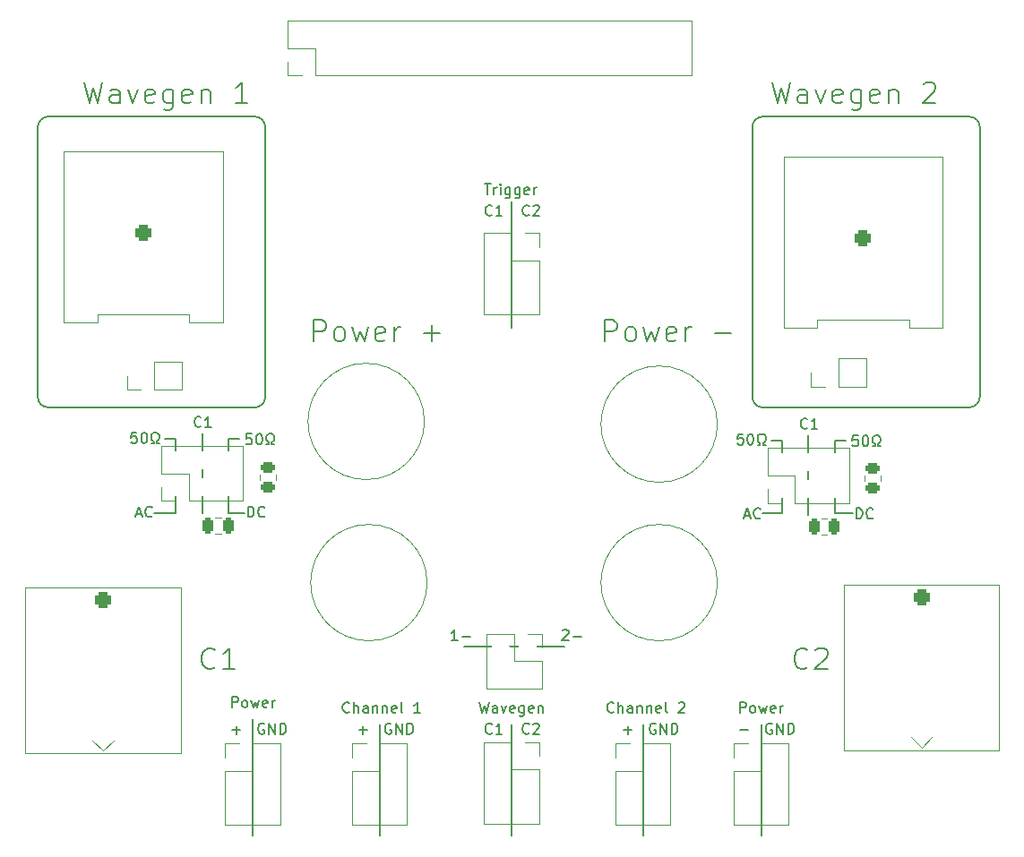
<source format=gto>
%TF.GenerationSoftware,KiCad,Pcbnew,8.0.7*%
%TF.CreationDate,2024-12-31T21:00:06-05:00*%
%TF.ProjectId,Digilent_AD_Breakout,44696769-6c65-46e7-945f-41445f427265,rev?*%
%TF.SameCoordinates,Original*%
%TF.FileFunction,Legend,Top*%
%TF.FilePolarity,Positive*%
%FSLAX46Y46*%
G04 Gerber Fmt 4.6, Leading zero omitted, Abs format (unit mm)*
G04 Created by KiCad (PCBNEW 8.0.7) date 2024-12-31 21:00:06*
%MOMM*%
%LPD*%
G01*
G04 APERTURE LIST*
G04 Aperture macros list*
%AMRoundRect*
0 Rectangle with rounded corners*
0 $1 Rounding radius*
0 $2 $3 $4 $5 $6 $7 $8 $9 X,Y pos of 4 corners*
0 Add a 4 corners polygon primitive as box body*
4,1,4,$2,$3,$4,$5,$6,$7,$8,$9,$2,$3,0*
0 Add four circle primitives for the rounded corners*
1,1,$1+$1,$2,$3*
1,1,$1+$1,$4,$5*
1,1,$1+$1,$6,$7*
1,1,$1+$1,$8,$9*
0 Add four rect primitives between the rounded corners*
20,1,$1+$1,$2,$3,$4,$5,0*
20,1,$1+$1,$4,$5,$6,$7,0*
20,1,$1+$1,$6,$7,$8,$9,0*
20,1,$1+$1,$8,$9,$2,$3,0*%
G04 Aperture macros list end*
%ADD10C,0.150000*%
%ADD11C,0.120000*%
%ADD12C,4.400464*%
%ADD13C,3.980125*%
%ADD14RoundRect,0.250000X0.450000X-0.262500X0.450000X0.262500X-0.450000X0.262500X-0.450000X-0.262500X0*%
%ADD15R,1.700000X1.700000*%
%ADD16O,1.700000X1.700000*%
%ADD17C,10.160000*%
%ADD18C,1.600000*%
%ADD19RoundRect,0.400000X0.400000X0.400000X-0.400000X0.400000X-0.400000X-0.400000X0.400000X-0.400000X0*%
%ADD20O,3.500000X7.000000*%
%ADD21C,4.000000*%
%ADD22RoundRect,0.250000X0.250000X0.475000X-0.250000X0.475000X-0.250000X-0.475000X0.250000X-0.475000X0*%
%ADD23RoundRect,0.250000X-0.450000X0.262500X-0.450000X-0.262500X0.450000X-0.262500X0.450000X0.262500X0*%
G04 APERTURE END LIST*
D10*
X90217731Y-75556961D02*
X90122493Y-75652200D01*
X90122493Y-75652200D02*
X89836779Y-75747438D01*
X89836779Y-75747438D02*
X89646303Y-75747438D01*
X89646303Y-75747438D02*
X89360588Y-75652200D01*
X89360588Y-75652200D02*
X89170112Y-75461723D01*
X89170112Y-75461723D02*
X89074874Y-75271247D01*
X89074874Y-75271247D02*
X88979636Y-74890295D01*
X88979636Y-74890295D02*
X88979636Y-74604580D01*
X88979636Y-74604580D02*
X89074874Y-74223628D01*
X89074874Y-74223628D02*
X89170112Y-74033152D01*
X89170112Y-74033152D02*
X89360588Y-73842676D01*
X89360588Y-73842676D02*
X89646303Y-73747438D01*
X89646303Y-73747438D02*
X89836779Y-73747438D01*
X89836779Y-73747438D02*
X90122493Y-73842676D01*
X90122493Y-73842676D02*
X90217731Y-73937914D01*
X90979636Y-73937914D02*
X91074874Y-73842676D01*
X91074874Y-73842676D02*
X91265350Y-73747438D01*
X91265350Y-73747438D02*
X91741541Y-73747438D01*
X91741541Y-73747438D02*
X91932017Y-73842676D01*
X91932017Y-73842676D02*
X92027255Y-73937914D01*
X92027255Y-73937914D02*
X92122493Y-74128390D01*
X92122493Y-74128390D02*
X92122493Y-74318866D01*
X92122493Y-74318866D02*
X92027255Y-74604580D01*
X92027255Y-74604580D02*
X90884398Y-75747438D01*
X90884398Y-75747438D02*
X92122493Y-75747438D01*
X34217731Y-75556961D02*
X34122493Y-75652200D01*
X34122493Y-75652200D02*
X33836779Y-75747438D01*
X33836779Y-75747438D02*
X33646303Y-75747438D01*
X33646303Y-75747438D02*
X33360588Y-75652200D01*
X33360588Y-75652200D02*
X33170112Y-75461723D01*
X33170112Y-75461723D02*
X33074874Y-75271247D01*
X33074874Y-75271247D02*
X32979636Y-74890295D01*
X32979636Y-74890295D02*
X32979636Y-74604580D01*
X32979636Y-74604580D02*
X33074874Y-74223628D01*
X33074874Y-74223628D02*
X33170112Y-74033152D01*
X33170112Y-74033152D02*
X33360588Y-73842676D01*
X33360588Y-73842676D02*
X33646303Y-73747438D01*
X33646303Y-73747438D02*
X33836779Y-73747438D01*
X33836779Y-73747438D02*
X34122493Y-73842676D01*
X34122493Y-73842676D02*
X34217731Y-73937914D01*
X36122493Y-75747438D02*
X34979636Y-75747438D01*
X35551064Y-75747438D02*
X35551064Y-73747438D01*
X35551064Y-73747438D02*
X35360588Y-74033152D01*
X35360588Y-74033152D02*
X35170112Y-74223628D01*
X35170112Y-74223628D02*
X34979636Y-74318866D01*
X86884398Y-20247438D02*
X87360588Y-22247438D01*
X87360588Y-22247438D02*
X87741541Y-20818866D01*
X87741541Y-20818866D02*
X88122493Y-22247438D01*
X88122493Y-22247438D02*
X88598684Y-20247438D01*
X90217731Y-22247438D02*
X90217731Y-21199819D01*
X90217731Y-21199819D02*
X90122493Y-21009342D01*
X90122493Y-21009342D02*
X89932017Y-20914104D01*
X89932017Y-20914104D02*
X89551064Y-20914104D01*
X89551064Y-20914104D02*
X89360588Y-21009342D01*
X90217731Y-22152200D02*
X90027255Y-22247438D01*
X90027255Y-22247438D02*
X89551064Y-22247438D01*
X89551064Y-22247438D02*
X89360588Y-22152200D01*
X89360588Y-22152200D02*
X89265350Y-21961723D01*
X89265350Y-21961723D02*
X89265350Y-21771247D01*
X89265350Y-21771247D02*
X89360588Y-21580771D01*
X89360588Y-21580771D02*
X89551064Y-21485533D01*
X89551064Y-21485533D02*
X90027255Y-21485533D01*
X90027255Y-21485533D02*
X90217731Y-21390295D01*
X90979636Y-20914104D02*
X91455826Y-22247438D01*
X91455826Y-22247438D02*
X91932017Y-20914104D01*
X93455827Y-22152200D02*
X93265351Y-22247438D01*
X93265351Y-22247438D02*
X92884398Y-22247438D01*
X92884398Y-22247438D02*
X92693922Y-22152200D01*
X92693922Y-22152200D02*
X92598684Y-21961723D01*
X92598684Y-21961723D02*
X92598684Y-21199819D01*
X92598684Y-21199819D02*
X92693922Y-21009342D01*
X92693922Y-21009342D02*
X92884398Y-20914104D01*
X92884398Y-20914104D02*
X93265351Y-20914104D01*
X93265351Y-20914104D02*
X93455827Y-21009342D01*
X93455827Y-21009342D02*
X93551065Y-21199819D01*
X93551065Y-21199819D02*
X93551065Y-21390295D01*
X93551065Y-21390295D02*
X92598684Y-21580771D01*
X95265351Y-20914104D02*
X95265351Y-22533152D01*
X95265351Y-22533152D02*
X95170113Y-22723628D01*
X95170113Y-22723628D02*
X95074875Y-22818866D01*
X95074875Y-22818866D02*
X94884398Y-22914104D01*
X94884398Y-22914104D02*
X94598684Y-22914104D01*
X94598684Y-22914104D02*
X94408208Y-22818866D01*
X95265351Y-22152200D02*
X95074875Y-22247438D01*
X95074875Y-22247438D02*
X94693922Y-22247438D01*
X94693922Y-22247438D02*
X94503446Y-22152200D01*
X94503446Y-22152200D02*
X94408208Y-22056961D01*
X94408208Y-22056961D02*
X94312970Y-21866485D01*
X94312970Y-21866485D02*
X94312970Y-21295057D01*
X94312970Y-21295057D02*
X94408208Y-21104580D01*
X94408208Y-21104580D02*
X94503446Y-21009342D01*
X94503446Y-21009342D02*
X94693922Y-20914104D01*
X94693922Y-20914104D02*
X95074875Y-20914104D01*
X95074875Y-20914104D02*
X95265351Y-21009342D01*
X96979637Y-22152200D02*
X96789161Y-22247438D01*
X96789161Y-22247438D02*
X96408208Y-22247438D01*
X96408208Y-22247438D02*
X96217732Y-22152200D01*
X96217732Y-22152200D02*
X96122494Y-21961723D01*
X96122494Y-21961723D02*
X96122494Y-21199819D01*
X96122494Y-21199819D02*
X96217732Y-21009342D01*
X96217732Y-21009342D02*
X96408208Y-20914104D01*
X96408208Y-20914104D02*
X96789161Y-20914104D01*
X96789161Y-20914104D02*
X96979637Y-21009342D01*
X96979637Y-21009342D02*
X97074875Y-21199819D01*
X97074875Y-21199819D02*
X97074875Y-21390295D01*
X97074875Y-21390295D02*
X96122494Y-21580771D01*
X97932018Y-20914104D02*
X97932018Y-22247438D01*
X97932018Y-21104580D02*
X98027256Y-21009342D01*
X98027256Y-21009342D02*
X98217732Y-20914104D01*
X98217732Y-20914104D02*
X98503447Y-20914104D01*
X98503447Y-20914104D02*
X98693923Y-21009342D01*
X98693923Y-21009342D02*
X98789161Y-21199819D01*
X98789161Y-21199819D02*
X98789161Y-22247438D01*
X101170114Y-20437914D02*
X101265352Y-20342676D01*
X101265352Y-20342676D02*
X101455828Y-20247438D01*
X101455828Y-20247438D02*
X101932019Y-20247438D01*
X101932019Y-20247438D02*
X102122495Y-20342676D01*
X102122495Y-20342676D02*
X102217733Y-20437914D01*
X102217733Y-20437914D02*
X102312971Y-20628390D01*
X102312971Y-20628390D02*
X102312971Y-20818866D01*
X102312971Y-20818866D02*
X102217733Y-21104580D01*
X102217733Y-21104580D02*
X101074876Y-22247438D01*
X101074876Y-22247438D02*
X102312971Y-22247438D01*
X21884398Y-20247438D02*
X22360588Y-22247438D01*
X22360588Y-22247438D02*
X22741541Y-20818866D01*
X22741541Y-20818866D02*
X23122493Y-22247438D01*
X23122493Y-22247438D02*
X23598684Y-20247438D01*
X25217731Y-22247438D02*
X25217731Y-21199819D01*
X25217731Y-21199819D02*
X25122493Y-21009342D01*
X25122493Y-21009342D02*
X24932017Y-20914104D01*
X24932017Y-20914104D02*
X24551064Y-20914104D01*
X24551064Y-20914104D02*
X24360588Y-21009342D01*
X25217731Y-22152200D02*
X25027255Y-22247438D01*
X25027255Y-22247438D02*
X24551064Y-22247438D01*
X24551064Y-22247438D02*
X24360588Y-22152200D01*
X24360588Y-22152200D02*
X24265350Y-21961723D01*
X24265350Y-21961723D02*
X24265350Y-21771247D01*
X24265350Y-21771247D02*
X24360588Y-21580771D01*
X24360588Y-21580771D02*
X24551064Y-21485533D01*
X24551064Y-21485533D02*
X25027255Y-21485533D01*
X25027255Y-21485533D02*
X25217731Y-21390295D01*
X25979636Y-20914104D02*
X26455826Y-22247438D01*
X26455826Y-22247438D02*
X26932017Y-20914104D01*
X28455827Y-22152200D02*
X28265351Y-22247438D01*
X28265351Y-22247438D02*
X27884398Y-22247438D01*
X27884398Y-22247438D02*
X27693922Y-22152200D01*
X27693922Y-22152200D02*
X27598684Y-21961723D01*
X27598684Y-21961723D02*
X27598684Y-21199819D01*
X27598684Y-21199819D02*
X27693922Y-21009342D01*
X27693922Y-21009342D02*
X27884398Y-20914104D01*
X27884398Y-20914104D02*
X28265351Y-20914104D01*
X28265351Y-20914104D02*
X28455827Y-21009342D01*
X28455827Y-21009342D02*
X28551065Y-21199819D01*
X28551065Y-21199819D02*
X28551065Y-21390295D01*
X28551065Y-21390295D02*
X27598684Y-21580771D01*
X30265351Y-20914104D02*
X30265351Y-22533152D01*
X30265351Y-22533152D02*
X30170113Y-22723628D01*
X30170113Y-22723628D02*
X30074875Y-22818866D01*
X30074875Y-22818866D02*
X29884398Y-22914104D01*
X29884398Y-22914104D02*
X29598684Y-22914104D01*
X29598684Y-22914104D02*
X29408208Y-22818866D01*
X30265351Y-22152200D02*
X30074875Y-22247438D01*
X30074875Y-22247438D02*
X29693922Y-22247438D01*
X29693922Y-22247438D02*
X29503446Y-22152200D01*
X29503446Y-22152200D02*
X29408208Y-22056961D01*
X29408208Y-22056961D02*
X29312970Y-21866485D01*
X29312970Y-21866485D02*
X29312970Y-21295057D01*
X29312970Y-21295057D02*
X29408208Y-21104580D01*
X29408208Y-21104580D02*
X29503446Y-21009342D01*
X29503446Y-21009342D02*
X29693922Y-20914104D01*
X29693922Y-20914104D02*
X30074875Y-20914104D01*
X30074875Y-20914104D02*
X30265351Y-21009342D01*
X31979637Y-22152200D02*
X31789161Y-22247438D01*
X31789161Y-22247438D02*
X31408208Y-22247438D01*
X31408208Y-22247438D02*
X31217732Y-22152200D01*
X31217732Y-22152200D02*
X31122494Y-21961723D01*
X31122494Y-21961723D02*
X31122494Y-21199819D01*
X31122494Y-21199819D02*
X31217732Y-21009342D01*
X31217732Y-21009342D02*
X31408208Y-20914104D01*
X31408208Y-20914104D02*
X31789161Y-20914104D01*
X31789161Y-20914104D02*
X31979637Y-21009342D01*
X31979637Y-21009342D02*
X32074875Y-21199819D01*
X32074875Y-21199819D02*
X32074875Y-21390295D01*
X32074875Y-21390295D02*
X31122494Y-21580771D01*
X32932018Y-20914104D02*
X32932018Y-22247438D01*
X32932018Y-21104580D02*
X33027256Y-21009342D01*
X33027256Y-21009342D02*
X33217732Y-20914104D01*
X33217732Y-20914104D02*
X33503447Y-20914104D01*
X33503447Y-20914104D02*
X33693923Y-21009342D01*
X33693923Y-21009342D02*
X33789161Y-21199819D01*
X33789161Y-21199819D02*
X33789161Y-22247438D01*
X37312971Y-22247438D02*
X36170114Y-22247438D01*
X36741542Y-22247438D02*
X36741542Y-20247438D01*
X36741542Y-20247438D02*
X36551066Y-20533152D01*
X36551066Y-20533152D02*
X36360590Y-20723628D01*
X36360590Y-20723628D02*
X36170114Y-20818866D01*
X18480000Y-51000000D02*
G75*
G02*
X17480000Y-50000000I0J1000000D01*
G01*
X38980000Y-50000000D02*
G75*
G02*
X37980000Y-51000000I-1000000J0D01*
G01*
X17480000Y-24500000D02*
G75*
G02*
X18480000Y-23500000I1000000J0D01*
G01*
X37980000Y-23500000D02*
G75*
G02*
X38980000Y-24500000I0J-1000000D01*
G01*
X17480000Y-50000000D02*
X17480000Y-24500000D01*
X38980000Y-24500000D02*
X38980000Y-50000000D01*
X37980000Y-51000000D02*
X18480000Y-51000000D01*
X18480000Y-23500000D02*
X37980000Y-23500000D01*
X85000000Y-24500000D02*
G75*
G02*
X86000000Y-23500000I1000000J0D01*
G01*
X105500000Y-23500000D02*
G75*
G02*
X106500000Y-24500000I0J-1000000D01*
G01*
X86000000Y-51000000D02*
G75*
G02*
X85000000Y-50000000I0J1000000D01*
G01*
X106500000Y-50000000D02*
G75*
G02*
X105500000Y-51000000I-1000000J0D01*
G01*
X85000000Y-50000000D02*
X85000000Y-24500000D01*
X86000000Y-23500000D02*
X105500000Y-23500000D01*
X106500000Y-24500000D02*
X106500000Y-50000000D01*
X105500000Y-51000000D02*
X86000000Y-51000000D01*
X71074874Y-44747438D02*
X71074874Y-42747438D01*
X71074874Y-42747438D02*
X71836779Y-42747438D01*
X71836779Y-42747438D02*
X72027255Y-42842676D01*
X72027255Y-42842676D02*
X72122493Y-42937914D01*
X72122493Y-42937914D02*
X72217731Y-43128390D01*
X72217731Y-43128390D02*
X72217731Y-43414104D01*
X72217731Y-43414104D02*
X72122493Y-43604580D01*
X72122493Y-43604580D02*
X72027255Y-43699819D01*
X72027255Y-43699819D02*
X71836779Y-43795057D01*
X71836779Y-43795057D02*
X71074874Y-43795057D01*
X73360588Y-44747438D02*
X73170112Y-44652200D01*
X73170112Y-44652200D02*
X73074874Y-44556961D01*
X73074874Y-44556961D02*
X72979636Y-44366485D01*
X72979636Y-44366485D02*
X72979636Y-43795057D01*
X72979636Y-43795057D02*
X73074874Y-43604580D01*
X73074874Y-43604580D02*
X73170112Y-43509342D01*
X73170112Y-43509342D02*
X73360588Y-43414104D01*
X73360588Y-43414104D02*
X73646303Y-43414104D01*
X73646303Y-43414104D02*
X73836779Y-43509342D01*
X73836779Y-43509342D02*
X73932017Y-43604580D01*
X73932017Y-43604580D02*
X74027255Y-43795057D01*
X74027255Y-43795057D02*
X74027255Y-44366485D01*
X74027255Y-44366485D02*
X73932017Y-44556961D01*
X73932017Y-44556961D02*
X73836779Y-44652200D01*
X73836779Y-44652200D02*
X73646303Y-44747438D01*
X73646303Y-44747438D02*
X73360588Y-44747438D01*
X74693922Y-43414104D02*
X75074874Y-44747438D01*
X75074874Y-44747438D02*
X75455827Y-43795057D01*
X75455827Y-43795057D02*
X75836779Y-44747438D01*
X75836779Y-44747438D02*
X76217731Y-43414104D01*
X77741541Y-44652200D02*
X77551065Y-44747438D01*
X77551065Y-44747438D02*
X77170112Y-44747438D01*
X77170112Y-44747438D02*
X76979636Y-44652200D01*
X76979636Y-44652200D02*
X76884398Y-44461723D01*
X76884398Y-44461723D02*
X76884398Y-43699819D01*
X76884398Y-43699819D02*
X76979636Y-43509342D01*
X76979636Y-43509342D02*
X77170112Y-43414104D01*
X77170112Y-43414104D02*
X77551065Y-43414104D01*
X77551065Y-43414104D02*
X77741541Y-43509342D01*
X77741541Y-43509342D02*
X77836779Y-43699819D01*
X77836779Y-43699819D02*
X77836779Y-43890295D01*
X77836779Y-43890295D02*
X76884398Y-44080771D01*
X78693922Y-44747438D02*
X78693922Y-43414104D01*
X78693922Y-43795057D02*
X78789160Y-43604580D01*
X78789160Y-43604580D02*
X78884398Y-43509342D01*
X78884398Y-43509342D02*
X79074874Y-43414104D01*
X79074874Y-43414104D02*
X79265351Y-43414104D01*
X81455827Y-43985533D02*
X82979637Y-43985533D01*
X43574874Y-44747438D02*
X43574874Y-42747438D01*
X43574874Y-42747438D02*
X44336779Y-42747438D01*
X44336779Y-42747438D02*
X44527255Y-42842676D01*
X44527255Y-42842676D02*
X44622493Y-42937914D01*
X44622493Y-42937914D02*
X44717731Y-43128390D01*
X44717731Y-43128390D02*
X44717731Y-43414104D01*
X44717731Y-43414104D02*
X44622493Y-43604580D01*
X44622493Y-43604580D02*
X44527255Y-43699819D01*
X44527255Y-43699819D02*
X44336779Y-43795057D01*
X44336779Y-43795057D02*
X43574874Y-43795057D01*
X45860588Y-44747438D02*
X45670112Y-44652200D01*
X45670112Y-44652200D02*
X45574874Y-44556961D01*
X45574874Y-44556961D02*
X45479636Y-44366485D01*
X45479636Y-44366485D02*
X45479636Y-43795057D01*
X45479636Y-43795057D02*
X45574874Y-43604580D01*
X45574874Y-43604580D02*
X45670112Y-43509342D01*
X45670112Y-43509342D02*
X45860588Y-43414104D01*
X45860588Y-43414104D02*
X46146303Y-43414104D01*
X46146303Y-43414104D02*
X46336779Y-43509342D01*
X46336779Y-43509342D02*
X46432017Y-43604580D01*
X46432017Y-43604580D02*
X46527255Y-43795057D01*
X46527255Y-43795057D02*
X46527255Y-44366485D01*
X46527255Y-44366485D02*
X46432017Y-44556961D01*
X46432017Y-44556961D02*
X46336779Y-44652200D01*
X46336779Y-44652200D02*
X46146303Y-44747438D01*
X46146303Y-44747438D02*
X45860588Y-44747438D01*
X47193922Y-43414104D02*
X47574874Y-44747438D01*
X47574874Y-44747438D02*
X47955827Y-43795057D01*
X47955827Y-43795057D02*
X48336779Y-44747438D01*
X48336779Y-44747438D02*
X48717731Y-43414104D01*
X50241541Y-44652200D02*
X50051065Y-44747438D01*
X50051065Y-44747438D02*
X49670112Y-44747438D01*
X49670112Y-44747438D02*
X49479636Y-44652200D01*
X49479636Y-44652200D02*
X49384398Y-44461723D01*
X49384398Y-44461723D02*
X49384398Y-43699819D01*
X49384398Y-43699819D02*
X49479636Y-43509342D01*
X49479636Y-43509342D02*
X49670112Y-43414104D01*
X49670112Y-43414104D02*
X50051065Y-43414104D01*
X50051065Y-43414104D02*
X50241541Y-43509342D01*
X50241541Y-43509342D02*
X50336779Y-43699819D01*
X50336779Y-43699819D02*
X50336779Y-43890295D01*
X50336779Y-43890295D02*
X49384398Y-44080771D01*
X51193922Y-44747438D02*
X51193922Y-43414104D01*
X51193922Y-43795057D02*
X51289160Y-43604580D01*
X51289160Y-43604580D02*
X51384398Y-43509342D01*
X51384398Y-43509342D02*
X51574874Y-43414104D01*
X51574874Y-43414104D02*
X51765351Y-43414104D01*
X53955827Y-43985533D02*
X55479637Y-43985533D01*
X54717732Y-44747438D02*
X54717732Y-43223628D01*
X90300000Y-61150000D02*
X90300000Y-53650000D01*
X92800000Y-58650000D02*
X92800000Y-61000000D01*
X92800000Y-61000000D02*
X94500000Y-61000000D01*
X87800000Y-61000000D02*
X86000000Y-61000000D01*
X87800000Y-58650000D02*
X87800000Y-61000000D01*
X87800000Y-56150000D02*
X87800000Y-54150000D01*
X92800000Y-54150000D02*
X93800000Y-54150000D01*
X92800000Y-56150000D02*
X92800000Y-54150000D01*
X87800000Y-54150000D02*
X86800000Y-54150000D01*
X84289160Y-61234104D02*
X84765350Y-61234104D01*
X84193922Y-61519819D02*
X84527255Y-60519819D01*
X84527255Y-60519819D02*
X84860588Y-61519819D01*
X85765350Y-61424580D02*
X85717731Y-61472200D01*
X85717731Y-61472200D02*
X85574874Y-61519819D01*
X85574874Y-61519819D02*
X85479636Y-61519819D01*
X85479636Y-61519819D02*
X85336779Y-61472200D01*
X85336779Y-61472200D02*
X85241541Y-61376961D01*
X85241541Y-61376961D02*
X85193922Y-61281723D01*
X85193922Y-61281723D02*
X85146303Y-61091247D01*
X85146303Y-61091247D02*
X85146303Y-60948390D01*
X85146303Y-60948390D02*
X85193922Y-60757914D01*
X85193922Y-60757914D02*
X85241541Y-60662676D01*
X85241541Y-60662676D02*
X85336779Y-60567438D01*
X85336779Y-60567438D02*
X85479636Y-60519819D01*
X85479636Y-60519819D02*
X85574874Y-60519819D01*
X85574874Y-60519819D02*
X85717731Y-60567438D01*
X85717731Y-60567438D02*
X85765350Y-60615057D01*
X94982969Y-53649819D02*
X94506779Y-53649819D01*
X94506779Y-53649819D02*
X94459160Y-54126009D01*
X94459160Y-54126009D02*
X94506779Y-54078390D01*
X94506779Y-54078390D02*
X94602017Y-54030771D01*
X94602017Y-54030771D02*
X94840112Y-54030771D01*
X94840112Y-54030771D02*
X94935350Y-54078390D01*
X94935350Y-54078390D02*
X94982969Y-54126009D01*
X94982969Y-54126009D02*
X95030588Y-54221247D01*
X95030588Y-54221247D02*
X95030588Y-54459342D01*
X95030588Y-54459342D02*
X94982969Y-54554580D01*
X94982969Y-54554580D02*
X94935350Y-54602200D01*
X94935350Y-54602200D02*
X94840112Y-54649819D01*
X94840112Y-54649819D02*
X94602017Y-54649819D01*
X94602017Y-54649819D02*
X94506779Y-54602200D01*
X94506779Y-54602200D02*
X94459160Y-54554580D01*
X95649636Y-53649819D02*
X95744874Y-53649819D01*
X95744874Y-53649819D02*
X95840112Y-53697438D01*
X95840112Y-53697438D02*
X95887731Y-53745057D01*
X95887731Y-53745057D02*
X95935350Y-53840295D01*
X95935350Y-53840295D02*
X95982969Y-54030771D01*
X95982969Y-54030771D02*
X95982969Y-54268866D01*
X95982969Y-54268866D02*
X95935350Y-54459342D01*
X95935350Y-54459342D02*
X95887731Y-54554580D01*
X95887731Y-54554580D02*
X95840112Y-54602200D01*
X95840112Y-54602200D02*
X95744874Y-54649819D01*
X95744874Y-54649819D02*
X95649636Y-54649819D01*
X95649636Y-54649819D02*
X95554398Y-54602200D01*
X95554398Y-54602200D02*
X95506779Y-54554580D01*
X95506779Y-54554580D02*
X95459160Y-54459342D01*
X95459160Y-54459342D02*
X95411541Y-54268866D01*
X95411541Y-54268866D02*
X95411541Y-54030771D01*
X95411541Y-54030771D02*
X95459160Y-53840295D01*
X95459160Y-53840295D02*
X95506779Y-53745057D01*
X95506779Y-53745057D02*
X95554398Y-53697438D01*
X95554398Y-53697438D02*
X95649636Y-53649819D01*
X96363922Y-54649819D02*
X96602017Y-54649819D01*
X96602017Y-54649819D02*
X96602017Y-54459342D01*
X96602017Y-54459342D02*
X96506779Y-54411723D01*
X96506779Y-54411723D02*
X96411541Y-54316485D01*
X96411541Y-54316485D02*
X96363922Y-54173628D01*
X96363922Y-54173628D02*
X96363922Y-53935533D01*
X96363922Y-53935533D02*
X96411541Y-53792676D01*
X96411541Y-53792676D02*
X96506779Y-53697438D01*
X96506779Y-53697438D02*
X96649636Y-53649819D01*
X96649636Y-53649819D02*
X96840112Y-53649819D01*
X96840112Y-53649819D02*
X96982969Y-53697438D01*
X96982969Y-53697438D02*
X97078207Y-53792676D01*
X97078207Y-53792676D02*
X97125826Y-53935533D01*
X97125826Y-53935533D02*
X97125826Y-54173628D01*
X97125826Y-54173628D02*
X97078207Y-54316485D01*
X97078207Y-54316485D02*
X96982969Y-54411723D01*
X96982969Y-54411723D02*
X96887731Y-54459342D01*
X96887731Y-54459342D02*
X96887731Y-54649819D01*
X96887731Y-54649819D02*
X97125826Y-54649819D01*
X90208207Y-52924580D02*
X90160588Y-52972200D01*
X90160588Y-52972200D02*
X90017731Y-53019819D01*
X90017731Y-53019819D02*
X89922493Y-53019819D01*
X89922493Y-53019819D02*
X89779636Y-52972200D01*
X89779636Y-52972200D02*
X89684398Y-52876961D01*
X89684398Y-52876961D02*
X89636779Y-52781723D01*
X89636779Y-52781723D02*
X89589160Y-52591247D01*
X89589160Y-52591247D02*
X89589160Y-52448390D01*
X89589160Y-52448390D02*
X89636779Y-52257914D01*
X89636779Y-52257914D02*
X89684398Y-52162676D01*
X89684398Y-52162676D02*
X89779636Y-52067438D01*
X89779636Y-52067438D02*
X89922493Y-52019819D01*
X89922493Y-52019819D02*
X90017731Y-52019819D01*
X90017731Y-52019819D02*
X90160588Y-52067438D01*
X90160588Y-52067438D02*
X90208207Y-52115057D01*
X91160588Y-53019819D02*
X90589160Y-53019819D01*
X90874874Y-53019819D02*
X90874874Y-52019819D01*
X90874874Y-52019819D02*
X90779636Y-52162676D01*
X90779636Y-52162676D02*
X90684398Y-52257914D01*
X90684398Y-52257914D02*
X90589160Y-52305533D01*
X94836779Y-61519819D02*
X94836779Y-60519819D01*
X94836779Y-60519819D02*
X95074874Y-60519819D01*
X95074874Y-60519819D02*
X95217731Y-60567438D01*
X95217731Y-60567438D02*
X95312969Y-60662676D01*
X95312969Y-60662676D02*
X95360588Y-60757914D01*
X95360588Y-60757914D02*
X95408207Y-60948390D01*
X95408207Y-60948390D02*
X95408207Y-61091247D01*
X95408207Y-61091247D02*
X95360588Y-61281723D01*
X95360588Y-61281723D02*
X95312969Y-61376961D01*
X95312969Y-61376961D02*
X95217731Y-61472200D01*
X95217731Y-61472200D02*
X95074874Y-61519819D01*
X95074874Y-61519819D02*
X94836779Y-61519819D01*
X96408207Y-61424580D02*
X96360588Y-61472200D01*
X96360588Y-61472200D02*
X96217731Y-61519819D01*
X96217731Y-61519819D02*
X96122493Y-61519819D01*
X96122493Y-61519819D02*
X95979636Y-61472200D01*
X95979636Y-61472200D02*
X95884398Y-61376961D01*
X95884398Y-61376961D02*
X95836779Y-61281723D01*
X95836779Y-61281723D02*
X95789160Y-61091247D01*
X95789160Y-61091247D02*
X95789160Y-60948390D01*
X95789160Y-60948390D02*
X95836779Y-60757914D01*
X95836779Y-60757914D02*
X95884398Y-60662676D01*
X95884398Y-60662676D02*
X95979636Y-60567438D01*
X95979636Y-60567438D02*
X96122493Y-60519819D01*
X96122493Y-60519819D02*
X96217731Y-60519819D01*
X96217731Y-60519819D02*
X96360588Y-60567438D01*
X96360588Y-60567438D02*
X96408207Y-60615057D01*
X84112969Y-53519819D02*
X83636779Y-53519819D01*
X83636779Y-53519819D02*
X83589160Y-53996009D01*
X83589160Y-53996009D02*
X83636779Y-53948390D01*
X83636779Y-53948390D02*
X83732017Y-53900771D01*
X83732017Y-53900771D02*
X83970112Y-53900771D01*
X83970112Y-53900771D02*
X84065350Y-53948390D01*
X84065350Y-53948390D02*
X84112969Y-53996009D01*
X84112969Y-53996009D02*
X84160588Y-54091247D01*
X84160588Y-54091247D02*
X84160588Y-54329342D01*
X84160588Y-54329342D02*
X84112969Y-54424580D01*
X84112969Y-54424580D02*
X84065350Y-54472200D01*
X84065350Y-54472200D02*
X83970112Y-54519819D01*
X83970112Y-54519819D02*
X83732017Y-54519819D01*
X83732017Y-54519819D02*
X83636779Y-54472200D01*
X83636779Y-54472200D02*
X83589160Y-54424580D01*
X84779636Y-53519819D02*
X84874874Y-53519819D01*
X84874874Y-53519819D02*
X84970112Y-53567438D01*
X84970112Y-53567438D02*
X85017731Y-53615057D01*
X85017731Y-53615057D02*
X85065350Y-53710295D01*
X85065350Y-53710295D02*
X85112969Y-53900771D01*
X85112969Y-53900771D02*
X85112969Y-54138866D01*
X85112969Y-54138866D02*
X85065350Y-54329342D01*
X85065350Y-54329342D02*
X85017731Y-54424580D01*
X85017731Y-54424580D02*
X84970112Y-54472200D01*
X84970112Y-54472200D02*
X84874874Y-54519819D01*
X84874874Y-54519819D02*
X84779636Y-54519819D01*
X84779636Y-54519819D02*
X84684398Y-54472200D01*
X84684398Y-54472200D02*
X84636779Y-54424580D01*
X84636779Y-54424580D02*
X84589160Y-54329342D01*
X84589160Y-54329342D02*
X84541541Y-54138866D01*
X84541541Y-54138866D02*
X84541541Y-53900771D01*
X84541541Y-53900771D02*
X84589160Y-53710295D01*
X84589160Y-53710295D02*
X84636779Y-53615057D01*
X84636779Y-53615057D02*
X84684398Y-53567438D01*
X84684398Y-53567438D02*
X84779636Y-53519819D01*
X85493922Y-54519819D02*
X85732017Y-54519819D01*
X85732017Y-54519819D02*
X85732017Y-54329342D01*
X85732017Y-54329342D02*
X85636779Y-54281723D01*
X85636779Y-54281723D02*
X85541541Y-54186485D01*
X85541541Y-54186485D02*
X85493922Y-54043628D01*
X85493922Y-54043628D02*
X85493922Y-53805533D01*
X85493922Y-53805533D02*
X85541541Y-53662676D01*
X85541541Y-53662676D02*
X85636779Y-53567438D01*
X85636779Y-53567438D02*
X85779636Y-53519819D01*
X85779636Y-53519819D02*
X85970112Y-53519819D01*
X85970112Y-53519819D02*
X86112969Y-53567438D01*
X86112969Y-53567438D02*
X86208207Y-53662676D01*
X86208207Y-53662676D02*
X86255826Y-53805533D01*
X86255826Y-53805533D02*
X86255826Y-54043628D01*
X86255826Y-54043628D02*
X86208207Y-54186485D01*
X86208207Y-54186485D02*
X86112969Y-54281723D01*
X86112969Y-54281723D02*
X86017731Y-54329342D01*
X86017731Y-54329342D02*
X86017731Y-54519819D01*
X86017731Y-54519819D02*
X86255826Y-54519819D01*
X26789160Y-61084104D02*
X27265350Y-61084104D01*
X26693922Y-61369819D02*
X27027255Y-60369819D01*
X27027255Y-60369819D02*
X27360588Y-61369819D01*
X28265350Y-61274580D02*
X28217731Y-61322200D01*
X28217731Y-61322200D02*
X28074874Y-61369819D01*
X28074874Y-61369819D02*
X27979636Y-61369819D01*
X27979636Y-61369819D02*
X27836779Y-61322200D01*
X27836779Y-61322200D02*
X27741541Y-61226961D01*
X27741541Y-61226961D02*
X27693922Y-61131723D01*
X27693922Y-61131723D02*
X27646303Y-60941247D01*
X27646303Y-60941247D02*
X27646303Y-60798390D01*
X27646303Y-60798390D02*
X27693922Y-60607914D01*
X27693922Y-60607914D02*
X27741541Y-60512676D01*
X27741541Y-60512676D02*
X27836779Y-60417438D01*
X27836779Y-60417438D02*
X27979636Y-60369819D01*
X27979636Y-60369819D02*
X28074874Y-60369819D01*
X28074874Y-60369819D02*
X28217731Y-60417438D01*
X28217731Y-60417438D02*
X28265350Y-60465057D01*
X37336779Y-61369819D02*
X37336779Y-60369819D01*
X37336779Y-60369819D02*
X37574874Y-60369819D01*
X37574874Y-60369819D02*
X37717731Y-60417438D01*
X37717731Y-60417438D02*
X37812969Y-60512676D01*
X37812969Y-60512676D02*
X37860588Y-60607914D01*
X37860588Y-60607914D02*
X37908207Y-60798390D01*
X37908207Y-60798390D02*
X37908207Y-60941247D01*
X37908207Y-60941247D02*
X37860588Y-61131723D01*
X37860588Y-61131723D02*
X37812969Y-61226961D01*
X37812969Y-61226961D02*
X37717731Y-61322200D01*
X37717731Y-61322200D02*
X37574874Y-61369819D01*
X37574874Y-61369819D02*
X37336779Y-61369819D01*
X38908207Y-61274580D02*
X38860588Y-61322200D01*
X38860588Y-61322200D02*
X38717731Y-61369819D01*
X38717731Y-61369819D02*
X38622493Y-61369819D01*
X38622493Y-61369819D02*
X38479636Y-61322200D01*
X38479636Y-61322200D02*
X38384398Y-61226961D01*
X38384398Y-61226961D02*
X38336779Y-61131723D01*
X38336779Y-61131723D02*
X38289160Y-60941247D01*
X38289160Y-60941247D02*
X38289160Y-60798390D01*
X38289160Y-60798390D02*
X38336779Y-60607914D01*
X38336779Y-60607914D02*
X38384398Y-60512676D01*
X38384398Y-60512676D02*
X38479636Y-60417438D01*
X38479636Y-60417438D02*
X38622493Y-60369819D01*
X38622493Y-60369819D02*
X38717731Y-60369819D01*
X38717731Y-60369819D02*
X38860588Y-60417438D01*
X38860588Y-60417438D02*
X38908207Y-60465057D01*
X35500000Y-61000000D02*
X37000000Y-61000000D01*
X35500000Y-58500000D02*
X35500000Y-61000000D01*
X30500000Y-61000000D02*
X28500000Y-61000000D01*
X30500000Y-58500000D02*
X30500000Y-61000000D01*
X30500000Y-54000000D02*
X29500000Y-54000000D01*
X30500000Y-56000000D02*
X30500000Y-54000000D01*
X35500000Y-54000000D02*
X36500000Y-54000000D01*
X35500000Y-56000000D02*
X35500000Y-54000000D01*
X26812969Y-53369819D02*
X26336779Y-53369819D01*
X26336779Y-53369819D02*
X26289160Y-53846009D01*
X26289160Y-53846009D02*
X26336779Y-53798390D01*
X26336779Y-53798390D02*
X26432017Y-53750771D01*
X26432017Y-53750771D02*
X26670112Y-53750771D01*
X26670112Y-53750771D02*
X26765350Y-53798390D01*
X26765350Y-53798390D02*
X26812969Y-53846009D01*
X26812969Y-53846009D02*
X26860588Y-53941247D01*
X26860588Y-53941247D02*
X26860588Y-54179342D01*
X26860588Y-54179342D02*
X26812969Y-54274580D01*
X26812969Y-54274580D02*
X26765350Y-54322200D01*
X26765350Y-54322200D02*
X26670112Y-54369819D01*
X26670112Y-54369819D02*
X26432017Y-54369819D01*
X26432017Y-54369819D02*
X26336779Y-54322200D01*
X26336779Y-54322200D02*
X26289160Y-54274580D01*
X27479636Y-53369819D02*
X27574874Y-53369819D01*
X27574874Y-53369819D02*
X27670112Y-53417438D01*
X27670112Y-53417438D02*
X27717731Y-53465057D01*
X27717731Y-53465057D02*
X27765350Y-53560295D01*
X27765350Y-53560295D02*
X27812969Y-53750771D01*
X27812969Y-53750771D02*
X27812969Y-53988866D01*
X27812969Y-53988866D02*
X27765350Y-54179342D01*
X27765350Y-54179342D02*
X27717731Y-54274580D01*
X27717731Y-54274580D02*
X27670112Y-54322200D01*
X27670112Y-54322200D02*
X27574874Y-54369819D01*
X27574874Y-54369819D02*
X27479636Y-54369819D01*
X27479636Y-54369819D02*
X27384398Y-54322200D01*
X27384398Y-54322200D02*
X27336779Y-54274580D01*
X27336779Y-54274580D02*
X27289160Y-54179342D01*
X27289160Y-54179342D02*
X27241541Y-53988866D01*
X27241541Y-53988866D02*
X27241541Y-53750771D01*
X27241541Y-53750771D02*
X27289160Y-53560295D01*
X27289160Y-53560295D02*
X27336779Y-53465057D01*
X27336779Y-53465057D02*
X27384398Y-53417438D01*
X27384398Y-53417438D02*
X27479636Y-53369819D01*
X28193922Y-54369819D02*
X28432017Y-54369819D01*
X28432017Y-54369819D02*
X28432017Y-54179342D01*
X28432017Y-54179342D02*
X28336779Y-54131723D01*
X28336779Y-54131723D02*
X28241541Y-54036485D01*
X28241541Y-54036485D02*
X28193922Y-53893628D01*
X28193922Y-53893628D02*
X28193922Y-53655533D01*
X28193922Y-53655533D02*
X28241541Y-53512676D01*
X28241541Y-53512676D02*
X28336779Y-53417438D01*
X28336779Y-53417438D02*
X28479636Y-53369819D01*
X28479636Y-53369819D02*
X28670112Y-53369819D01*
X28670112Y-53369819D02*
X28812969Y-53417438D01*
X28812969Y-53417438D02*
X28908207Y-53512676D01*
X28908207Y-53512676D02*
X28955826Y-53655533D01*
X28955826Y-53655533D02*
X28955826Y-53893628D01*
X28955826Y-53893628D02*
X28908207Y-54036485D01*
X28908207Y-54036485D02*
X28812969Y-54131723D01*
X28812969Y-54131723D02*
X28717731Y-54179342D01*
X28717731Y-54179342D02*
X28717731Y-54369819D01*
X28717731Y-54369819D02*
X28955826Y-54369819D01*
X37682969Y-53499819D02*
X37206779Y-53499819D01*
X37206779Y-53499819D02*
X37159160Y-53976009D01*
X37159160Y-53976009D02*
X37206779Y-53928390D01*
X37206779Y-53928390D02*
X37302017Y-53880771D01*
X37302017Y-53880771D02*
X37540112Y-53880771D01*
X37540112Y-53880771D02*
X37635350Y-53928390D01*
X37635350Y-53928390D02*
X37682969Y-53976009D01*
X37682969Y-53976009D02*
X37730588Y-54071247D01*
X37730588Y-54071247D02*
X37730588Y-54309342D01*
X37730588Y-54309342D02*
X37682969Y-54404580D01*
X37682969Y-54404580D02*
X37635350Y-54452200D01*
X37635350Y-54452200D02*
X37540112Y-54499819D01*
X37540112Y-54499819D02*
X37302017Y-54499819D01*
X37302017Y-54499819D02*
X37206779Y-54452200D01*
X37206779Y-54452200D02*
X37159160Y-54404580D01*
X38349636Y-53499819D02*
X38444874Y-53499819D01*
X38444874Y-53499819D02*
X38540112Y-53547438D01*
X38540112Y-53547438D02*
X38587731Y-53595057D01*
X38587731Y-53595057D02*
X38635350Y-53690295D01*
X38635350Y-53690295D02*
X38682969Y-53880771D01*
X38682969Y-53880771D02*
X38682969Y-54118866D01*
X38682969Y-54118866D02*
X38635350Y-54309342D01*
X38635350Y-54309342D02*
X38587731Y-54404580D01*
X38587731Y-54404580D02*
X38540112Y-54452200D01*
X38540112Y-54452200D02*
X38444874Y-54499819D01*
X38444874Y-54499819D02*
X38349636Y-54499819D01*
X38349636Y-54499819D02*
X38254398Y-54452200D01*
X38254398Y-54452200D02*
X38206779Y-54404580D01*
X38206779Y-54404580D02*
X38159160Y-54309342D01*
X38159160Y-54309342D02*
X38111541Y-54118866D01*
X38111541Y-54118866D02*
X38111541Y-53880771D01*
X38111541Y-53880771D02*
X38159160Y-53690295D01*
X38159160Y-53690295D02*
X38206779Y-53595057D01*
X38206779Y-53595057D02*
X38254398Y-53547438D01*
X38254398Y-53547438D02*
X38349636Y-53499819D01*
X39063922Y-54499819D02*
X39302017Y-54499819D01*
X39302017Y-54499819D02*
X39302017Y-54309342D01*
X39302017Y-54309342D02*
X39206779Y-54261723D01*
X39206779Y-54261723D02*
X39111541Y-54166485D01*
X39111541Y-54166485D02*
X39063922Y-54023628D01*
X39063922Y-54023628D02*
X39063922Y-53785533D01*
X39063922Y-53785533D02*
X39111541Y-53642676D01*
X39111541Y-53642676D02*
X39206779Y-53547438D01*
X39206779Y-53547438D02*
X39349636Y-53499819D01*
X39349636Y-53499819D02*
X39540112Y-53499819D01*
X39540112Y-53499819D02*
X39682969Y-53547438D01*
X39682969Y-53547438D02*
X39778207Y-53642676D01*
X39778207Y-53642676D02*
X39825826Y-53785533D01*
X39825826Y-53785533D02*
X39825826Y-54023628D01*
X39825826Y-54023628D02*
X39778207Y-54166485D01*
X39778207Y-54166485D02*
X39682969Y-54261723D01*
X39682969Y-54261723D02*
X39587731Y-54309342D01*
X39587731Y-54309342D02*
X39587731Y-54499819D01*
X39587731Y-54499819D02*
X39825826Y-54499819D01*
X32908207Y-52774580D02*
X32860588Y-52822200D01*
X32860588Y-52822200D02*
X32717731Y-52869819D01*
X32717731Y-52869819D02*
X32622493Y-52869819D01*
X32622493Y-52869819D02*
X32479636Y-52822200D01*
X32479636Y-52822200D02*
X32384398Y-52726961D01*
X32384398Y-52726961D02*
X32336779Y-52631723D01*
X32336779Y-52631723D02*
X32289160Y-52441247D01*
X32289160Y-52441247D02*
X32289160Y-52298390D01*
X32289160Y-52298390D02*
X32336779Y-52107914D01*
X32336779Y-52107914D02*
X32384398Y-52012676D01*
X32384398Y-52012676D02*
X32479636Y-51917438D01*
X32479636Y-51917438D02*
X32622493Y-51869819D01*
X32622493Y-51869819D02*
X32717731Y-51869819D01*
X32717731Y-51869819D02*
X32860588Y-51917438D01*
X32860588Y-51917438D02*
X32908207Y-51965057D01*
X33860588Y-52869819D02*
X33289160Y-52869819D01*
X33574874Y-52869819D02*
X33574874Y-51869819D01*
X33574874Y-51869819D02*
X33479636Y-52012676D01*
X33479636Y-52012676D02*
X33384398Y-52107914D01*
X33384398Y-52107914D02*
X33289160Y-52155533D01*
X33000000Y-61000000D02*
X33000000Y-53500000D01*
X67059160Y-72113057D02*
X67106779Y-72065438D01*
X67106779Y-72065438D02*
X67202017Y-72017819D01*
X67202017Y-72017819D02*
X67440112Y-72017819D01*
X67440112Y-72017819D02*
X67535350Y-72065438D01*
X67535350Y-72065438D02*
X67582969Y-72113057D01*
X67582969Y-72113057D02*
X67630588Y-72208295D01*
X67630588Y-72208295D02*
X67630588Y-72303533D01*
X67630588Y-72303533D02*
X67582969Y-72446390D01*
X67582969Y-72446390D02*
X67011541Y-73017819D01*
X67011541Y-73017819D02*
X67630588Y-73017819D01*
X68059160Y-72636866D02*
X68821065Y-72636866D01*
X57130588Y-73017819D02*
X56559160Y-73017819D01*
X56844874Y-73017819D02*
X56844874Y-72017819D01*
X56844874Y-72017819D02*
X56749636Y-72160676D01*
X56749636Y-72160676D02*
X56654398Y-72255914D01*
X56654398Y-72255914D02*
X56559160Y-72303533D01*
X57559160Y-72636866D02*
X58321065Y-72636866D01*
X57770000Y-73648000D02*
X67270000Y-73648000D01*
X50860588Y-80917438D02*
X50765350Y-80869819D01*
X50765350Y-80869819D02*
X50622493Y-80869819D01*
X50622493Y-80869819D02*
X50479636Y-80917438D01*
X50479636Y-80917438D02*
X50384398Y-81012676D01*
X50384398Y-81012676D02*
X50336779Y-81107914D01*
X50336779Y-81107914D02*
X50289160Y-81298390D01*
X50289160Y-81298390D02*
X50289160Y-81441247D01*
X50289160Y-81441247D02*
X50336779Y-81631723D01*
X50336779Y-81631723D02*
X50384398Y-81726961D01*
X50384398Y-81726961D02*
X50479636Y-81822200D01*
X50479636Y-81822200D02*
X50622493Y-81869819D01*
X50622493Y-81869819D02*
X50717731Y-81869819D01*
X50717731Y-81869819D02*
X50860588Y-81822200D01*
X50860588Y-81822200D02*
X50908207Y-81774580D01*
X50908207Y-81774580D02*
X50908207Y-81441247D01*
X50908207Y-81441247D02*
X50717731Y-81441247D01*
X51336779Y-81869819D02*
X51336779Y-80869819D01*
X51336779Y-80869819D02*
X51908207Y-81869819D01*
X51908207Y-81869819D02*
X51908207Y-80869819D01*
X52384398Y-81869819D02*
X52384398Y-80869819D01*
X52384398Y-80869819D02*
X52622493Y-80869819D01*
X52622493Y-80869819D02*
X52765350Y-80917438D01*
X52765350Y-80917438D02*
X52860588Y-81012676D01*
X52860588Y-81012676D02*
X52908207Y-81107914D01*
X52908207Y-81107914D02*
X52955826Y-81298390D01*
X52955826Y-81298390D02*
X52955826Y-81441247D01*
X52955826Y-81441247D02*
X52908207Y-81631723D01*
X52908207Y-81631723D02*
X52860588Y-81726961D01*
X52860588Y-81726961D02*
X52765350Y-81822200D01*
X52765350Y-81822200D02*
X52622493Y-81869819D01*
X52622493Y-81869819D02*
X52384398Y-81869819D01*
X47836779Y-81488866D02*
X48598684Y-81488866D01*
X48217731Y-81869819D02*
X48217731Y-81107914D01*
X49779000Y-91500000D02*
X49779000Y-81000000D01*
X35836779Y-79369819D02*
X35836779Y-78369819D01*
X35836779Y-78369819D02*
X36217731Y-78369819D01*
X36217731Y-78369819D02*
X36312969Y-78417438D01*
X36312969Y-78417438D02*
X36360588Y-78465057D01*
X36360588Y-78465057D02*
X36408207Y-78560295D01*
X36408207Y-78560295D02*
X36408207Y-78703152D01*
X36408207Y-78703152D02*
X36360588Y-78798390D01*
X36360588Y-78798390D02*
X36312969Y-78846009D01*
X36312969Y-78846009D02*
X36217731Y-78893628D01*
X36217731Y-78893628D02*
X35836779Y-78893628D01*
X36979636Y-79369819D02*
X36884398Y-79322200D01*
X36884398Y-79322200D02*
X36836779Y-79274580D01*
X36836779Y-79274580D02*
X36789160Y-79179342D01*
X36789160Y-79179342D02*
X36789160Y-78893628D01*
X36789160Y-78893628D02*
X36836779Y-78798390D01*
X36836779Y-78798390D02*
X36884398Y-78750771D01*
X36884398Y-78750771D02*
X36979636Y-78703152D01*
X36979636Y-78703152D02*
X37122493Y-78703152D01*
X37122493Y-78703152D02*
X37217731Y-78750771D01*
X37217731Y-78750771D02*
X37265350Y-78798390D01*
X37265350Y-78798390D02*
X37312969Y-78893628D01*
X37312969Y-78893628D02*
X37312969Y-79179342D01*
X37312969Y-79179342D02*
X37265350Y-79274580D01*
X37265350Y-79274580D02*
X37217731Y-79322200D01*
X37217731Y-79322200D02*
X37122493Y-79369819D01*
X37122493Y-79369819D02*
X36979636Y-79369819D01*
X37646303Y-78703152D02*
X37836779Y-79369819D01*
X37836779Y-79369819D02*
X38027255Y-78893628D01*
X38027255Y-78893628D02*
X38217731Y-79369819D01*
X38217731Y-79369819D02*
X38408207Y-78703152D01*
X39170112Y-79322200D02*
X39074874Y-79369819D01*
X39074874Y-79369819D02*
X38884398Y-79369819D01*
X38884398Y-79369819D02*
X38789160Y-79322200D01*
X38789160Y-79322200D02*
X38741541Y-79226961D01*
X38741541Y-79226961D02*
X38741541Y-78846009D01*
X38741541Y-78846009D02*
X38789160Y-78750771D01*
X38789160Y-78750771D02*
X38884398Y-78703152D01*
X38884398Y-78703152D02*
X39074874Y-78703152D01*
X39074874Y-78703152D02*
X39170112Y-78750771D01*
X39170112Y-78750771D02*
X39217731Y-78846009D01*
X39217731Y-78846009D02*
X39217731Y-78941247D01*
X39217731Y-78941247D02*
X38741541Y-79036485D01*
X39646303Y-79369819D02*
X39646303Y-78703152D01*
X39646303Y-78893628D02*
X39693922Y-78798390D01*
X39693922Y-78798390D02*
X39741541Y-78750771D01*
X39741541Y-78750771D02*
X39836779Y-78703152D01*
X39836779Y-78703152D02*
X39932017Y-78703152D01*
X83836779Y-79869819D02*
X83836779Y-78869819D01*
X83836779Y-78869819D02*
X84217731Y-78869819D01*
X84217731Y-78869819D02*
X84312969Y-78917438D01*
X84312969Y-78917438D02*
X84360588Y-78965057D01*
X84360588Y-78965057D02*
X84408207Y-79060295D01*
X84408207Y-79060295D02*
X84408207Y-79203152D01*
X84408207Y-79203152D02*
X84360588Y-79298390D01*
X84360588Y-79298390D02*
X84312969Y-79346009D01*
X84312969Y-79346009D02*
X84217731Y-79393628D01*
X84217731Y-79393628D02*
X83836779Y-79393628D01*
X84979636Y-79869819D02*
X84884398Y-79822200D01*
X84884398Y-79822200D02*
X84836779Y-79774580D01*
X84836779Y-79774580D02*
X84789160Y-79679342D01*
X84789160Y-79679342D02*
X84789160Y-79393628D01*
X84789160Y-79393628D02*
X84836779Y-79298390D01*
X84836779Y-79298390D02*
X84884398Y-79250771D01*
X84884398Y-79250771D02*
X84979636Y-79203152D01*
X84979636Y-79203152D02*
X85122493Y-79203152D01*
X85122493Y-79203152D02*
X85217731Y-79250771D01*
X85217731Y-79250771D02*
X85265350Y-79298390D01*
X85265350Y-79298390D02*
X85312969Y-79393628D01*
X85312969Y-79393628D02*
X85312969Y-79679342D01*
X85312969Y-79679342D02*
X85265350Y-79774580D01*
X85265350Y-79774580D02*
X85217731Y-79822200D01*
X85217731Y-79822200D02*
X85122493Y-79869819D01*
X85122493Y-79869819D02*
X84979636Y-79869819D01*
X85646303Y-79203152D02*
X85836779Y-79869819D01*
X85836779Y-79869819D02*
X86027255Y-79393628D01*
X86027255Y-79393628D02*
X86217731Y-79869819D01*
X86217731Y-79869819D02*
X86408207Y-79203152D01*
X87170112Y-79822200D02*
X87074874Y-79869819D01*
X87074874Y-79869819D02*
X86884398Y-79869819D01*
X86884398Y-79869819D02*
X86789160Y-79822200D01*
X86789160Y-79822200D02*
X86741541Y-79726961D01*
X86741541Y-79726961D02*
X86741541Y-79346009D01*
X86741541Y-79346009D02*
X86789160Y-79250771D01*
X86789160Y-79250771D02*
X86884398Y-79203152D01*
X86884398Y-79203152D02*
X87074874Y-79203152D01*
X87074874Y-79203152D02*
X87170112Y-79250771D01*
X87170112Y-79250771D02*
X87217731Y-79346009D01*
X87217731Y-79346009D02*
X87217731Y-79441247D01*
X87217731Y-79441247D02*
X86741541Y-79536485D01*
X87646303Y-79869819D02*
X87646303Y-79203152D01*
X87646303Y-79393628D02*
X87693922Y-79298390D01*
X87693922Y-79298390D02*
X87741541Y-79250771D01*
X87741541Y-79250771D02*
X87836779Y-79203152D01*
X87836779Y-79203152D02*
X87932017Y-79203152D01*
X75860588Y-80917438D02*
X75765350Y-80869819D01*
X75765350Y-80869819D02*
X75622493Y-80869819D01*
X75622493Y-80869819D02*
X75479636Y-80917438D01*
X75479636Y-80917438D02*
X75384398Y-81012676D01*
X75384398Y-81012676D02*
X75336779Y-81107914D01*
X75336779Y-81107914D02*
X75289160Y-81298390D01*
X75289160Y-81298390D02*
X75289160Y-81441247D01*
X75289160Y-81441247D02*
X75336779Y-81631723D01*
X75336779Y-81631723D02*
X75384398Y-81726961D01*
X75384398Y-81726961D02*
X75479636Y-81822200D01*
X75479636Y-81822200D02*
X75622493Y-81869819D01*
X75622493Y-81869819D02*
X75717731Y-81869819D01*
X75717731Y-81869819D02*
X75860588Y-81822200D01*
X75860588Y-81822200D02*
X75908207Y-81774580D01*
X75908207Y-81774580D02*
X75908207Y-81441247D01*
X75908207Y-81441247D02*
X75717731Y-81441247D01*
X76336779Y-81869819D02*
X76336779Y-80869819D01*
X76336779Y-80869819D02*
X76908207Y-81869819D01*
X76908207Y-81869819D02*
X76908207Y-80869819D01*
X77384398Y-81869819D02*
X77384398Y-80869819D01*
X77384398Y-80869819D02*
X77622493Y-80869819D01*
X77622493Y-80869819D02*
X77765350Y-80917438D01*
X77765350Y-80917438D02*
X77860588Y-81012676D01*
X77860588Y-81012676D02*
X77908207Y-81107914D01*
X77908207Y-81107914D02*
X77955826Y-81298390D01*
X77955826Y-81298390D02*
X77955826Y-81441247D01*
X77955826Y-81441247D02*
X77908207Y-81631723D01*
X77908207Y-81631723D02*
X77860588Y-81726961D01*
X77860588Y-81726961D02*
X77765350Y-81822200D01*
X77765350Y-81822200D02*
X77622493Y-81869819D01*
X77622493Y-81869819D02*
X77384398Y-81869819D01*
X72836779Y-81488866D02*
X73598684Y-81488866D01*
X73217731Y-81869819D02*
X73217731Y-81107914D01*
X74676000Y-91500000D02*
X74676000Y-81000000D01*
X60408207Y-32774580D02*
X60360588Y-32822200D01*
X60360588Y-32822200D02*
X60217731Y-32869819D01*
X60217731Y-32869819D02*
X60122493Y-32869819D01*
X60122493Y-32869819D02*
X59979636Y-32822200D01*
X59979636Y-32822200D02*
X59884398Y-32726961D01*
X59884398Y-32726961D02*
X59836779Y-32631723D01*
X59836779Y-32631723D02*
X59789160Y-32441247D01*
X59789160Y-32441247D02*
X59789160Y-32298390D01*
X59789160Y-32298390D02*
X59836779Y-32107914D01*
X59836779Y-32107914D02*
X59884398Y-32012676D01*
X59884398Y-32012676D02*
X59979636Y-31917438D01*
X59979636Y-31917438D02*
X60122493Y-31869819D01*
X60122493Y-31869819D02*
X60217731Y-31869819D01*
X60217731Y-31869819D02*
X60360588Y-31917438D01*
X60360588Y-31917438D02*
X60408207Y-31965057D01*
X61360588Y-32869819D02*
X60789160Y-32869819D01*
X61074874Y-32869819D02*
X61074874Y-31869819D01*
X61074874Y-31869819D02*
X60979636Y-32012676D01*
X60979636Y-32012676D02*
X60884398Y-32107914D01*
X60884398Y-32107914D02*
X60789160Y-32155533D01*
X63908207Y-32774580D02*
X63860588Y-32822200D01*
X63860588Y-32822200D02*
X63717731Y-32869819D01*
X63717731Y-32869819D02*
X63622493Y-32869819D01*
X63622493Y-32869819D02*
X63479636Y-32822200D01*
X63479636Y-32822200D02*
X63384398Y-32726961D01*
X63384398Y-32726961D02*
X63336779Y-32631723D01*
X63336779Y-32631723D02*
X63289160Y-32441247D01*
X63289160Y-32441247D02*
X63289160Y-32298390D01*
X63289160Y-32298390D02*
X63336779Y-32107914D01*
X63336779Y-32107914D02*
X63384398Y-32012676D01*
X63384398Y-32012676D02*
X63479636Y-31917438D01*
X63479636Y-31917438D02*
X63622493Y-31869819D01*
X63622493Y-31869819D02*
X63717731Y-31869819D01*
X63717731Y-31869819D02*
X63860588Y-31917438D01*
X63860588Y-31917438D02*
X63908207Y-31965057D01*
X64289160Y-31965057D02*
X64336779Y-31917438D01*
X64336779Y-31917438D02*
X64432017Y-31869819D01*
X64432017Y-31869819D02*
X64670112Y-31869819D01*
X64670112Y-31869819D02*
X64765350Y-31917438D01*
X64765350Y-31917438D02*
X64812969Y-31965057D01*
X64812969Y-31965057D02*
X64860588Y-32060295D01*
X64860588Y-32060295D02*
X64860588Y-32155533D01*
X64860588Y-32155533D02*
X64812969Y-32298390D01*
X64812969Y-32298390D02*
X64241541Y-32869819D01*
X64241541Y-32869819D02*
X64860588Y-32869819D01*
X62250000Y-43500000D02*
X62250000Y-31500000D01*
X59693922Y-29869819D02*
X60265350Y-29869819D01*
X59979636Y-30869819D02*
X59979636Y-29869819D01*
X60598684Y-30869819D02*
X60598684Y-30203152D01*
X60598684Y-30393628D02*
X60646303Y-30298390D01*
X60646303Y-30298390D02*
X60693922Y-30250771D01*
X60693922Y-30250771D02*
X60789160Y-30203152D01*
X60789160Y-30203152D02*
X60884398Y-30203152D01*
X61217732Y-30869819D02*
X61217732Y-30203152D01*
X61217732Y-29869819D02*
X61170113Y-29917438D01*
X61170113Y-29917438D02*
X61217732Y-29965057D01*
X61217732Y-29965057D02*
X61265351Y-29917438D01*
X61265351Y-29917438D02*
X61217732Y-29869819D01*
X61217732Y-29869819D02*
X61217732Y-29965057D01*
X62122493Y-30203152D02*
X62122493Y-31012676D01*
X62122493Y-31012676D02*
X62074874Y-31107914D01*
X62074874Y-31107914D02*
X62027255Y-31155533D01*
X62027255Y-31155533D02*
X61932017Y-31203152D01*
X61932017Y-31203152D02*
X61789160Y-31203152D01*
X61789160Y-31203152D02*
X61693922Y-31155533D01*
X62122493Y-30822200D02*
X62027255Y-30869819D01*
X62027255Y-30869819D02*
X61836779Y-30869819D01*
X61836779Y-30869819D02*
X61741541Y-30822200D01*
X61741541Y-30822200D02*
X61693922Y-30774580D01*
X61693922Y-30774580D02*
X61646303Y-30679342D01*
X61646303Y-30679342D02*
X61646303Y-30393628D01*
X61646303Y-30393628D02*
X61693922Y-30298390D01*
X61693922Y-30298390D02*
X61741541Y-30250771D01*
X61741541Y-30250771D02*
X61836779Y-30203152D01*
X61836779Y-30203152D02*
X62027255Y-30203152D01*
X62027255Y-30203152D02*
X62122493Y-30250771D01*
X63027255Y-30203152D02*
X63027255Y-31012676D01*
X63027255Y-31012676D02*
X62979636Y-31107914D01*
X62979636Y-31107914D02*
X62932017Y-31155533D01*
X62932017Y-31155533D02*
X62836779Y-31203152D01*
X62836779Y-31203152D02*
X62693922Y-31203152D01*
X62693922Y-31203152D02*
X62598684Y-31155533D01*
X63027255Y-30822200D02*
X62932017Y-30869819D01*
X62932017Y-30869819D02*
X62741541Y-30869819D01*
X62741541Y-30869819D02*
X62646303Y-30822200D01*
X62646303Y-30822200D02*
X62598684Y-30774580D01*
X62598684Y-30774580D02*
X62551065Y-30679342D01*
X62551065Y-30679342D02*
X62551065Y-30393628D01*
X62551065Y-30393628D02*
X62598684Y-30298390D01*
X62598684Y-30298390D02*
X62646303Y-30250771D01*
X62646303Y-30250771D02*
X62741541Y-30203152D01*
X62741541Y-30203152D02*
X62932017Y-30203152D01*
X62932017Y-30203152D02*
X63027255Y-30250771D01*
X63884398Y-30822200D02*
X63789160Y-30869819D01*
X63789160Y-30869819D02*
X63598684Y-30869819D01*
X63598684Y-30869819D02*
X63503446Y-30822200D01*
X63503446Y-30822200D02*
X63455827Y-30726961D01*
X63455827Y-30726961D02*
X63455827Y-30346009D01*
X63455827Y-30346009D02*
X63503446Y-30250771D01*
X63503446Y-30250771D02*
X63598684Y-30203152D01*
X63598684Y-30203152D02*
X63789160Y-30203152D01*
X63789160Y-30203152D02*
X63884398Y-30250771D01*
X63884398Y-30250771D02*
X63932017Y-30346009D01*
X63932017Y-30346009D02*
X63932017Y-30441247D01*
X63932017Y-30441247D02*
X63455827Y-30536485D01*
X64360589Y-30869819D02*
X64360589Y-30203152D01*
X64360589Y-30393628D02*
X64408208Y-30298390D01*
X64408208Y-30298390D02*
X64455827Y-30250771D01*
X64455827Y-30250771D02*
X64551065Y-30203152D01*
X64551065Y-30203152D02*
X64646303Y-30203152D01*
X86860588Y-80917438D02*
X86765350Y-80869819D01*
X86765350Y-80869819D02*
X86622493Y-80869819D01*
X86622493Y-80869819D02*
X86479636Y-80917438D01*
X86479636Y-80917438D02*
X86384398Y-81012676D01*
X86384398Y-81012676D02*
X86336779Y-81107914D01*
X86336779Y-81107914D02*
X86289160Y-81298390D01*
X86289160Y-81298390D02*
X86289160Y-81441247D01*
X86289160Y-81441247D02*
X86336779Y-81631723D01*
X86336779Y-81631723D02*
X86384398Y-81726961D01*
X86384398Y-81726961D02*
X86479636Y-81822200D01*
X86479636Y-81822200D02*
X86622493Y-81869819D01*
X86622493Y-81869819D02*
X86717731Y-81869819D01*
X86717731Y-81869819D02*
X86860588Y-81822200D01*
X86860588Y-81822200D02*
X86908207Y-81774580D01*
X86908207Y-81774580D02*
X86908207Y-81441247D01*
X86908207Y-81441247D02*
X86717731Y-81441247D01*
X87336779Y-81869819D02*
X87336779Y-80869819D01*
X87336779Y-80869819D02*
X87908207Y-81869819D01*
X87908207Y-81869819D02*
X87908207Y-80869819D01*
X88384398Y-81869819D02*
X88384398Y-80869819D01*
X88384398Y-80869819D02*
X88622493Y-80869819D01*
X88622493Y-80869819D02*
X88765350Y-80917438D01*
X88765350Y-80917438D02*
X88860588Y-81012676D01*
X88860588Y-81012676D02*
X88908207Y-81107914D01*
X88908207Y-81107914D02*
X88955826Y-81298390D01*
X88955826Y-81298390D02*
X88955826Y-81441247D01*
X88955826Y-81441247D02*
X88908207Y-81631723D01*
X88908207Y-81631723D02*
X88860588Y-81726961D01*
X88860588Y-81726961D02*
X88765350Y-81822200D01*
X88765350Y-81822200D02*
X88622493Y-81869819D01*
X88622493Y-81869819D02*
X88384398Y-81869819D01*
X83836779Y-81488866D02*
X84598684Y-81488866D01*
X85847000Y-91500000D02*
X85847000Y-81000000D01*
X38860588Y-80917438D02*
X38765350Y-80869819D01*
X38765350Y-80869819D02*
X38622493Y-80869819D01*
X38622493Y-80869819D02*
X38479636Y-80917438D01*
X38479636Y-80917438D02*
X38384398Y-81012676D01*
X38384398Y-81012676D02*
X38336779Y-81107914D01*
X38336779Y-81107914D02*
X38289160Y-81298390D01*
X38289160Y-81298390D02*
X38289160Y-81441247D01*
X38289160Y-81441247D02*
X38336779Y-81631723D01*
X38336779Y-81631723D02*
X38384398Y-81726961D01*
X38384398Y-81726961D02*
X38479636Y-81822200D01*
X38479636Y-81822200D02*
X38622493Y-81869819D01*
X38622493Y-81869819D02*
X38717731Y-81869819D01*
X38717731Y-81869819D02*
X38860588Y-81822200D01*
X38860588Y-81822200D02*
X38908207Y-81774580D01*
X38908207Y-81774580D02*
X38908207Y-81441247D01*
X38908207Y-81441247D02*
X38717731Y-81441247D01*
X39336779Y-81869819D02*
X39336779Y-80869819D01*
X39336779Y-80869819D02*
X39908207Y-81869819D01*
X39908207Y-81869819D02*
X39908207Y-80869819D01*
X40384398Y-81869819D02*
X40384398Y-80869819D01*
X40384398Y-80869819D02*
X40622493Y-80869819D01*
X40622493Y-80869819D02*
X40765350Y-80917438D01*
X40765350Y-80917438D02*
X40860588Y-81012676D01*
X40860588Y-81012676D02*
X40908207Y-81107914D01*
X40908207Y-81107914D02*
X40955826Y-81298390D01*
X40955826Y-81298390D02*
X40955826Y-81441247D01*
X40955826Y-81441247D02*
X40908207Y-81631723D01*
X40908207Y-81631723D02*
X40860588Y-81726961D01*
X40860588Y-81726961D02*
X40765350Y-81822200D01*
X40765350Y-81822200D02*
X40622493Y-81869819D01*
X40622493Y-81869819D02*
X40384398Y-81869819D01*
X35836779Y-81488866D02*
X36598684Y-81488866D01*
X36217731Y-81869819D02*
X36217731Y-81107914D01*
X37770000Y-91500000D02*
X37770000Y-80500000D01*
X62250000Y-91500000D02*
X62250000Y-81000000D01*
X63908207Y-81774580D02*
X63860588Y-81822200D01*
X63860588Y-81822200D02*
X63717731Y-81869819D01*
X63717731Y-81869819D02*
X63622493Y-81869819D01*
X63622493Y-81869819D02*
X63479636Y-81822200D01*
X63479636Y-81822200D02*
X63384398Y-81726961D01*
X63384398Y-81726961D02*
X63336779Y-81631723D01*
X63336779Y-81631723D02*
X63289160Y-81441247D01*
X63289160Y-81441247D02*
X63289160Y-81298390D01*
X63289160Y-81298390D02*
X63336779Y-81107914D01*
X63336779Y-81107914D02*
X63384398Y-81012676D01*
X63384398Y-81012676D02*
X63479636Y-80917438D01*
X63479636Y-80917438D02*
X63622493Y-80869819D01*
X63622493Y-80869819D02*
X63717731Y-80869819D01*
X63717731Y-80869819D02*
X63860588Y-80917438D01*
X63860588Y-80917438D02*
X63908207Y-80965057D01*
X64289160Y-80965057D02*
X64336779Y-80917438D01*
X64336779Y-80917438D02*
X64432017Y-80869819D01*
X64432017Y-80869819D02*
X64670112Y-80869819D01*
X64670112Y-80869819D02*
X64765350Y-80917438D01*
X64765350Y-80917438D02*
X64812969Y-80965057D01*
X64812969Y-80965057D02*
X64860588Y-81060295D01*
X64860588Y-81060295D02*
X64860588Y-81155533D01*
X64860588Y-81155533D02*
X64812969Y-81298390D01*
X64812969Y-81298390D02*
X64241541Y-81869819D01*
X64241541Y-81869819D02*
X64860588Y-81869819D01*
X60408207Y-81774580D02*
X60360588Y-81822200D01*
X60360588Y-81822200D02*
X60217731Y-81869819D01*
X60217731Y-81869819D02*
X60122493Y-81869819D01*
X60122493Y-81869819D02*
X59979636Y-81822200D01*
X59979636Y-81822200D02*
X59884398Y-81726961D01*
X59884398Y-81726961D02*
X59836779Y-81631723D01*
X59836779Y-81631723D02*
X59789160Y-81441247D01*
X59789160Y-81441247D02*
X59789160Y-81298390D01*
X59789160Y-81298390D02*
X59836779Y-81107914D01*
X59836779Y-81107914D02*
X59884398Y-81012676D01*
X59884398Y-81012676D02*
X59979636Y-80917438D01*
X59979636Y-80917438D02*
X60122493Y-80869819D01*
X60122493Y-80869819D02*
X60217731Y-80869819D01*
X60217731Y-80869819D02*
X60360588Y-80917438D01*
X60360588Y-80917438D02*
X60408207Y-80965057D01*
X61360588Y-81869819D02*
X60789160Y-81869819D01*
X61074874Y-81869819D02*
X61074874Y-80869819D01*
X61074874Y-80869819D02*
X60979636Y-81012676D01*
X60979636Y-81012676D02*
X60884398Y-81107914D01*
X60884398Y-81107914D02*
X60789160Y-81155533D01*
X59241541Y-78869819D02*
X59479636Y-79869819D01*
X59479636Y-79869819D02*
X59670112Y-79155533D01*
X59670112Y-79155533D02*
X59860588Y-79869819D01*
X59860588Y-79869819D02*
X60098684Y-78869819D01*
X60908207Y-79869819D02*
X60908207Y-79346009D01*
X60908207Y-79346009D02*
X60860588Y-79250771D01*
X60860588Y-79250771D02*
X60765350Y-79203152D01*
X60765350Y-79203152D02*
X60574874Y-79203152D01*
X60574874Y-79203152D02*
X60479636Y-79250771D01*
X60908207Y-79822200D02*
X60812969Y-79869819D01*
X60812969Y-79869819D02*
X60574874Y-79869819D01*
X60574874Y-79869819D02*
X60479636Y-79822200D01*
X60479636Y-79822200D02*
X60432017Y-79726961D01*
X60432017Y-79726961D02*
X60432017Y-79631723D01*
X60432017Y-79631723D02*
X60479636Y-79536485D01*
X60479636Y-79536485D02*
X60574874Y-79488866D01*
X60574874Y-79488866D02*
X60812969Y-79488866D01*
X60812969Y-79488866D02*
X60908207Y-79441247D01*
X61289160Y-79203152D02*
X61527255Y-79869819D01*
X61527255Y-79869819D02*
X61765350Y-79203152D01*
X62527255Y-79822200D02*
X62432017Y-79869819D01*
X62432017Y-79869819D02*
X62241541Y-79869819D01*
X62241541Y-79869819D02*
X62146303Y-79822200D01*
X62146303Y-79822200D02*
X62098684Y-79726961D01*
X62098684Y-79726961D02*
X62098684Y-79346009D01*
X62098684Y-79346009D02*
X62146303Y-79250771D01*
X62146303Y-79250771D02*
X62241541Y-79203152D01*
X62241541Y-79203152D02*
X62432017Y-79203152D01*
X62432017Y-79203152D02*
X62527255Y-79250771D01*
X62527255Y-79250771D02*
X62574874Y-79346009D01*
X62574874Y-79346009D02*
X62574874Y-79441247D01*
X62574874Y-79441247D02*
X62098684Y-79536485D01*
X63432017Y-79203152D02*
X63432017Y-80012676D01*
X63432017Y-80012676D02*
X63384398Y-80107914D01*
X63384398Y-80107914D02*
X63336779Y-80155533D01*
X63336779Y-80155533D02*
X63241541Y-80203152D01*
X63241541Y-80203152D02*
X63098684Y-80203152D01*
X63098684Y-80203152D02*
X63003446Y-80155533D01*
X63432017Y-79822200D02*
X63336779Y-79869819D01*
X63336779Y-79869819D02*
X63146303Y-79869819D01*
X63146303Y-79869819D02*
X63051065Y-79822200D01*
X63051065Y-79822200D02*
X63003446Y-79774580D01*
X63003446Y-79774580D02*
X62955827Y-79679342D01*
X62955827Y-79679342D02*
X62955827Y-79393628D01*
X62955827Y-79393628D02*
X63003446Y-79298390D01*
X63003446Y-79298390D02*
X63051065Y-79250771D01*
X63051065Y-79250771D02*
X63146303Y-79203152D01*
X63146303Y-79203152D02*
X63336779Y-79203152D01*
X63336779Y-79203152D02*
X63432017Y-79250771D01*
X64289160Y-79822200D02*
X64193922Y-79869819D01*
X64193922Y-79869819D02*
X64003446Y-79869819D01*
X64003446Y-79869819D02*
X63908208Y-79822200D01*
X63908208Y-79822200D02*
X63860589Y-79726961D01*
X63860589Y-79726961D02*
X63860589Y-79346009D01*
X63860589Y-79346009D02*
X63908208Y-79250771D01*
X63908208Y-79250771D02*
X64003446Y-79203152D01*
X64003446Y-79203152D02*
X64193922Y-79203152D01*
X64193922Y-79203152D02*
X64289160Y-79250771D01*
X64289160Y-79250771D02*
X64336779Y-79346009D01*
X64336779Y-79346009D02*
X64336779Y-79441247D01*
X64336779Y-79441247D02*
X63860589Y-79536485D01*
X64765351Y-79203152D02*
X64765351Y-79869819D01*
X64765351Y-79298390D02*
X64812970Y-79250771D01*
X64812970Y-79250771D02*
X64908208Y-79203152D01*
X64908208Y-79203152D02*
X65051065Y-79203152D01*
X65051065Y-79203152D02*
X65146303Y-79250771D01*
X65146303Y-79250771D02*
X65193922Y-79346009D01*
X65193922Y-79346009D02*
X65193922Y-79869819D01*
X46908207Y-79774580D02*
X46860588Y-79822200D01*
X46860588Y-79822200D02*
X46717731Y-79869819D01*
X46717731Y-79869819D02*
X46622493Y-79869819D01*
X46622493Y-79869819D02*
X46479636Y-79822200D01*
X46479636Y-79822200D02*
X46384398Y-79726961D01*
X46384398Y-79726961D02*
X46336779Y-79631723D01*
X46336779Y-79631723D02*
X46289160Y-79441247D01*
X46289160Y-79441247D02*
X46289160Y-79298390D01*
X46289160Y-79298390D02*
X46336779Y-79107914D01*
X46336779Y-79107914D02*
X46384398Y-79012676D01*
X46384398Y-79012676D02*
X46479636Y-78917438D01*
X46479636Y-78917438D02*
X46622493Y-78869819D01*
X46622493Y-78869819D02*
X46717731Y-78869819D01*
X46717731Y-78869819D02*
X46860588Y-78917438D01*
X46860588Y-78917438D02*
X46908207Y-78965057D01*
X47336779Y-79869819D02*
X47336779Y-78869819D01*
X47765350Y-79869819D02*
X47765350Y-79346009D01*
X47765350Y-79346009D02*
X47717731Y-79250771D01*
X47717731Y-79250771D02*
X47622493Y-79203152D01*
X47622493Y-79203152D02*
X47479636Y-79203152D01*
X47479636Y-79203152D02*
X47384398Y-79250771D01*
X47384398Y-79250771D02*
X47336779Y-79298390D01*
X48670112Y-79869819D02*
X48670112Y-79346009D01*
X48670112Y-79346009D02*
X48622493Y-79250771D01*
X48622493Y-79250771D02*
X48527255Y-79203152D01*
X48527255Y-79203152D02*
X48336779Y-79203152D01*
X48336779Y-79203152D02*
X48241541Y-79250771D01*
X48670112Y-79822200D02*
X48574874Y-79869819D01*
X48574874Y-79869819D02*
X48336779Y-79869819D01*
X48336779Y-79869819D02*
X48241541Y-79822200D01*
X48241541Y-79822200D02*
X48193922Y-79726961D01*
X48193922Y-79726961D02*
X48193922Y-79631723D01*
X48193922Y-79631723D02*
X48241541Y-79536485D01*
X48241541Y-79536485D02*
X48336779Y-79488866D01*
X48336779Y-79488866D02*
X48574874Y-79488866D01*
X48574874Y-79488866D02*
X48670112Y-79441247D01*
X49146303Y-79203152D02*
X49146303Y-79869819D01*
X49146303Y-79298390D02*
X49193922Y-79250771D01*
X49193922Y-79250771D02*
X49289160Y-79203152D01*
X49289160Y-79203152D02*
X49432017Y-79203152D01*
X49432017Y-79203152D02*
X49527255Y-79250771D01*
X49527255Y-79250771D02*
X49574874Y-79346009D01*
X49574874Y-79346009D02*
X49574874Y-79869819D01*
X50051065Y-79203152D02*
X50051065Y-79869819D01*
X50051065Y-79298390D02*
X50098684Y-79250771D01*
X50098684Y-79250771D02*
X50193922Y-79203152D01*
X50193922Y-79203152D02*
X50336779Y-79203152D01*
X50336779Y-79203152D02*
X50432017Y-79250771D01*
X50432017Y-79250771D02*
X50479636Y-79346009D01*
X50479636Y-79346009D02*
X50479636Y-79869819D01*
X51336779Y-79822200D02*
X51241541Y-79869819D01*
X51241541Y-79869819D02*
X51051065Y-79869819D01*
X51051065Y-79869819D02*
X50955827Y-79822200D01*
X50955827Y-79822200D02*
X50908208Y-79726961D01*
X50908208Y-79726961D02*
X50908208Y-79346009D01*
X50908208Y-79346009D02*
X50955827Y-79250771D01*
X50955827Y-79250771D02*
X51051065Y-79203152D01*
X51051065Y-79203152D02*
X51241541Y-79203152D01*
X51241541Y-79203152D02*
X51336779Y-79250771D01*
X51336779Y-79250771D02*
X51384398Y-79346009D01*
X51384398Y-79346009D02*
X51384398Y-79441247D01*
X51384398Y-79441247D02*
X50908208Y-79536485D01*
X51955827Y-79869819D02*
X51860589Y-79822200D01*
X51860589Y-79822200D02*
X51812970Y-79726961D01*
X51812970Y-79726961D02*
X51812970Y-78869819D01*
X53622494Y-79869819D02*
X53051066Y-79869819D01*
X53336780Y-79869819D02*
X53336780Y-78869819D01*
X53336780Y-78869819D02*
X53241542Y-79012676D01*
X53241542Y-79012676D02*
X53146304Y-79107914D01*
X53146304Y-79107914D02*
X53051066Y-79155533D01*
X71908207Y-79774580D02*
X71860588Y-79822200D01*
X71860588Y-79822200D02*
X71717731Y-79869819D01*
X71717731Y-79869819D02*
X71622493Y-79869819D01*
X71622493Y-79869819D02*
X71479636Y-79822200D01*
X71479636Y-79822200D02*
X71384398Y-79726961D01*
X71384398Y-79726961D02*
X71336779Y-79631723D01*
X71336779Y-79631723D02*
X71289160Y-79441247D01*
X71289160Y-79441247D02*
X71289160Y-79298390D01*
X71289160Y-79298390D02*
X71336779Y-79107914D01*
X71336779Y-79107914D02*
X71384398Y-79012676D01*
X71384398Y-79012676D02*
X71479636Y-78917438D01*
X71479636Y-78917438D02*
X71622493Y-78869819D01*
X71622493Y-78869819D02*
X71717731Y-78869819D01*
X71717731Y-78869819D02*
X71860588Y-78917438D01*
X71860588Y-78917438D02*
X71908207Y-78965057D01*
X72336779Y-79869819D02*
X72336779Y-78869819D01*
X72765350Y-79869819D02*
X72765350Y-79346009D01*
X72765350Y-79346009D02*
X72717731Y-79250771D01*
X72717731Y-79250771D02*
X72622493Y-79203152D01*
X72622493Y-79203152D02*
X72479636Y-79203152D01*
X72479636Y-79203152D02*
X72384398Y-79250771D01*
X72384398Y-79250771D02*
X72336779Y-79298390D01*
X73670112Y-79869819D02*
X73670112Y-79346009D01*
X73670112Y-79346009D02*
X73622493Y-79250771D01*
X73622493Y-79250771D02*
X73527255Y-79203152D01*
X73527255Y-79203152D02*
X73336779Y-79203152D01*
X73336779Y-79203152D02*
X73241541Y-79250771D01*
X73670112Y-79822200D02*
X73574874Y-79869819D01*
X73574874Y-79869819D02*
X73336779Y-79869819D01*
X73336779Y-79869819D02*
X73241541Y-79822200D01*
X73241541Y-79822200D02*
X73193922Y-79726961D01*
X73193922Y-79726961D02*
X73193922Y-79631723D01*
X73193922Y-79631723D02*
X73241541Y-79536485D01*
X73241541Y-79536485D02*
X73336779Y-79488866D01*
X73336779Y-79488866D02*
X73574874Y-79488866D01*
X73574874Y-79488866D02*
X73670112Y-79441247D01*
X74146303Y-79203152D02*
X74146303Y-79869819D01*
X74146303Y-79298390D02*
X74193922Y-79250771D01*
X74193922Y-79250771D02*
X74289160Y-79203152D01*
X74289160Y-79203152D02*
X74432017Y-79203152D01*
X74432017Y-79203152D02*
X74527255Y-79250771D01*
X74527255Y-79250771D02*
X74574874Y-79346009D01*
X74574874Y-79346009D02*
X74574874Y-79869819D01*
X75051065Y-79203152D02*
X75051065Y-79869819D01*
X75051065Y-79298390D02*
X75098684Y-79250771D01*
X75098684Y-79250771D02*
X75193922Y-79203152D01*
X75193922Y-79203152D02*
X75336779Y-79203152D01*
X75336779Y-79203152D02*
X75432017Y-79250771D01*
X75432017Y-79250771D02*
X75479636Y-79346009D01*
X75479636Y-79346009D02*
X75479636Y-79869819D01*
X76336779Y-79822200D02*
X76241541Y-79869819D01*
X76241541Y-79869819D02*
X76051065Y-79869819D01*
X76051065Y-79869819D02*
X75955827Y-79822200D01*
X75955827Y-79822200D02*
X75908208Y-79726961D01*
X75908208Y-79726961D02*
X75908208Y-79346009D01*
X75908208Y-79346009D02*
X75955827Y-79250771D01*
X75955827Y-79250771D02*
X76051065Y-79203152D01*
X76051065Y-79203152D02*
X76241541Y-79203152D01*
X76241541Y-79203152D02*
X76336779Y-79250771D01*
X76336779Y-79250771D02*
X76384398Y-79346009D01*
X76384398Y-79346009D02*
X76384398Y-79441247D01*
X76384398Y-79441247D02*
X75908208Y-79536485D01*
X76955827Y-79869819D02*
X76860589Y-79822200D01*
X76860589Y-79822200D02*
X76812970Y-79726961D01*
X76812970Y-79726961D02*
X76812970Y-78869819D01*
X78051066Y-78965057D02*
X78098685Y-78917438D01*
X78098685Y-78917438D02*
X78193923Y-78869819D01*
X78193923Y-78869819D02*
X78432018Y-78869819D01*
X78432018Y-78869819D02*
X78527256Y-78917438D01*
X78527256Y-78917438D02*
X78574875Y-78965057D01*
X78574875Y-78965057D02*
X78622494Y-79060295D01*
X78622494Y-79060295D02*
X78622494Y-79155533D01*
X78622494Y-79155533D02*
X78574875Y-79298390D01*
X78574875Y-79298390D02*
X78003447Y-79869819D01*
X78003447Y-79869819D02*
X78622494Y-79869819D01*
D11*
%TO.C,R2*%
X95645000Y-57924528D02*
X95645000Y-57470400D01*
X97115000Y-57924528D02*
X97115000Y-57470400D01*
%TO.C,J14*%
X47179000Y-82759000D02*
X48509000Y-82759000D01*
X47179000Y-84089000D02*
X47179000Y-82759000D01*
X47179000Y-85359000D02*
X47179000Y-90499000D01*
X47179000Y-85359000D02*
X49779000Y-85359000D01*
X47179000Y-90499000D02*
X52379000Y-90499000D01*
X49779000Y-82759000D02*
X52379000Y-82759000D01*
X49779000Y-85359000D02*
X49779000Y-82759000D01*
X52379000Y-82759000D02*
X52379000Y-90499000D01*
%TO.C,J18*%
X54268000Y-67564000D02*
G75*
G02*
X43268000Y-67564000I-5500000J0D01*
G01*
X43268000Y-67564000D02*
G75*
G02*
X54268000Y-67564000I5500000J0D01*
G01*
%TO.C,J11*%
X64850000Y-85239000D02*
X64850000Y-90379000D01*
X64850000Y-82639000D02*
X64850000Y-83969000D01*
X63520000Y-82639000D02*
X64850000Y-82639000D01*
X62250000Y-85239000D02*
X64850000Y-85239000D01*
X62250000Y-82639000D02*
X62250000Y-85239000D01*
X59650000Y-90379000D02*
X64850000Y-90379000D01*
X59650000Y-82639000D02*
X62250000Y-82639000D01*
X59650000Y-82639000D02*
X59650000Y-90379000D01*
%TO.C,J19*%
X81700000Y-67564000D02*
G75*
G02*
X70700000Y-67564000I-5500000J0D01*
G01*
X70700000Y-67564000D02*
G75*
G02*
X81700000Y-67564000I5500000J0D01*
G01*
%TO.C,J2*%
X30972000Y-83660000D02*
X16272000Y-83660000D01*
X30972000Y-68010000D02*
X30972000Y-83660000D01*
X23622000Y-83460000D02*
X24622000Y-82460000D01*
X23622000Y-83460000D02*
X22622000Y-82460000D01*
X16272000Y-83660000D02*
X16272000Y-68010000D01*
X16272000Y-68010000D02*
X30972000Y-68010000D01*
%TO.C,J4*%
X29130000Y-54630000D02*
X36870000Y-54630000D01*
X29130000Y-57230000D02*
X29130000Y-54630000D01*
X29130000Y-59830000D02*
X29130000Y-58500000D01*
X30460000Y-59830000D02*
X29130000Y-59830000D01*
X31730000Y-57230000D02*
X29130000Y-57230000D01*
X31730000Y-59830000D02*
X31730000Y-57230000D01*
X31730000Y-59830000D02*
X36870000Y-59830000D01*
X36870000Y-59830000D02*
X36870000Y-54630000D01*
%TO.C,J5*%
X86429000Y-54848464D02*
X94169000Y-54848464D01*
X86429000Y-57448464D02*
X86429000Y-54848464D01*
X86429000Y-60048464D02*
X86429000Y-58718464D01*
X87759000Y-60048464D02*
X86429000Y-60048464D01*
X89029000Y-57448464D02*
X86429000Y-57448464D01*
X89029000Y-60048464D02*
X89029000Y-57448464D01*
X89029000Y-60048464D02*
X94169000Y-60048464D01*
X94169000Y-60048464D02*
X94169000Y-54848464D01*
%TO.C,J17*%
X54014000Y-52324000D02*
G75*
G02*
X43014000Y-52324000I-5500000J0D01*
G01*
X43014000Y-52324000D02*
G75*
G02*
X54014000Y-52324000I5500000J0D01*
G01*
%TO.C,J8*%
X34960000Y-42930000D02*
X31810000Y-42930000D01*
X34960000Y-26830000D02*
X34960000Y-42930000D01*
X31810000Y-42930000D02*
X31810000Y-42170000D01*
X31810000Y-42170000D02*
X23110000Y-42170000D01*
X23110000Y-42930000D02*
X19960000Y-42930000D01*
X23110000Y-42170000D02*
X23110000Y-42930000D01*
X19960000Y-42930000D02*
X19960000Y-26830000D01*
X19960000Y-26830000D02*
X34960000Y-26830000D01*
%TO.C,C1*%
X34785252Y-61448000D02*
X34262748Y-61448000D01*
X34785252Y-62918000D02*
X34262748Y-62918000D01*
%TO.C,R1*%
X38488000Y-57383936D02*
X38488000Y-57838064D01*
X39958000Y-57383936D02*
X39958000Y-57838064D01*
%TO.C,J3*%
X108350000Y-83400000D02*
X93650000Y-83400000D01*
X108350000Y-67750000D02*
X108350000Y-83400000D01*
X101000000Y-83200000D02*
X102000000Y-82200000D01*
X101000000Y-83200000D02*
X100000000Y-82200000D01*
X93650000Y-83400000D02*
X93650000Y-67750000D01*
X93650000Y-67750000D02*
X108350000Y-67750000D01*
%TO.C,J9*%
X102960000Y-43430000D02*
X99810000Y-43430000D01*
X102960000Y-27330000D02*
X102960000Y-43430000D01*
X99810000Y-43430000D02*
X99810000Y-42670000D01*
X99810000Y-42670000D02*
X91110000Y-42670000D01*
X91110000Y-43430000D02*
X87960000Y-43430000D01*
X91110000Y-42670000D02*
X91110000Y-43430000D01*
X87960000Y-43430000D02*
X87960000Y-27330000D01*
X87960000Y-27330000D02*
X102960000Y-27330000D01*
%TO.C,J16*%
X72076000Y-82744000D02*
X73406000Y-82744000D01*
X72076000Y-84074000D02*
X72076000Y-82744000D01*
X72076000Y-85344000D02*
X72076000Y-90484000D01*
X72076000Y-85344000D02*
X74676000Y-85344000D01*
X72076000Y-90484000D02*
X77276000Y-90484000D01*
X74676000Y-82744000D02*
X77276000Y-82744000D01*
X74676000Y-85344000D02*
X74676000Y-82744000D01*
X77276000Y-82744000D02*
X77276000Y-90484000D01*
%TO.C,J12*%
X95769000Y-49028000D02*
X95769000Y-46368000D01*
X93169000Y-49028000D02*
X95769000Y-49028000D01*
X93169000Y-49028000D02*
X93169000Y-46368000D01*
X93169000Y-46368000D02*
X95769000Y-46368000D01*
X91899000Y-49028000D02*
X90569000Y-49028000D01*
X90569000Y-49028000D02*
X90569000Y-47698000D01*
%TO.C,J20*%
X81700000Y-52578000D02*
G75*
G02*
X70700000Y-52578000I-5500000J0D01*
G01*
X70700000Y-52578000D02*
G75*
G02*
X81700000Y-52578000I5500000J0D01*
G01*
%TO.C,J10*%
X25895000Y-49330000D02*
X25895000Y-48000000D01*
X27225000Y-49330000D02*
X25895000Y-49330000D01*
X28495000Y-46670000D02*
X31095000Y-46670000D01*
X28495000Y-49330000D02*
X28495000Y-46670000D01*
X28495000Y-49330000D02*
X31095000Y-49330000D01*
X31095000Y-49330000D02*
X31095000Y-46670000D01*
%TO.C,J7*%
X88447000Y-82759000D02*
X88447000Y-90499000D01*
X85847000Y-85359000D02*
X85847000Y-82759000D01*
X85847000Y-82759000D02*
X88447000Y-82759000D01*
X83247000Y-90499000D02*
X88447000Y-90499000D01*
X83247000Y-85359000D02*
X85847000Y-85359000D01*
X83247000Y-85359000D02*
X83247000Y-90499000D01*
X83247000Y-84089000D02*
X83247000Y-82759000D01*
X83247000Y-82759000D02*
X84577000Y-82759000D01*
%TO.C,C2*%
X92069252Y-61534464D02*
X91546748Y-61534464D01*
X92069252Y-63004464D02*
X91546748Y-63004464D01*
%TO.C,J15*%
X59905000Y-72395000D02*
X59905000Y-77595000D01*
X62505000Y-72395000D02*
X59905000Y-72395000D01*
X62505000Y-72395000D02*
X62505000Y-74995000D01*
X62505000Y-74995000D02*
X65105000Y-74995000D01*
X63775000Y-72395000D02*
X65105000Y-72395000D01*
X65105000Y-72395000D02*
X65105000Y-73725000D01*
X65105000Y-74995000D02*
X65105000Y-77595000D01*
X65105000Y-77595000D02*
X59905000Y-77595000D01*
%TO.C,J6*%
X40370000Y-82759000D02*
X40370000Y-90499000D01*
X37770000Y-85359000D02*
X37770000Y-82759000D01*
X37770000Y-82759000D02*
X40370000Y-82759000D01*
X35170000Y-90499000D02*
X40370000Y-90499000D01*
X35170000Y-85359000D02*
X37770000Y-85359000D01*
X35170000Y-85359000D02*
X35170000Y-90499000D01*
X35170000Y-84089000D02*
X35170000Y-82759000D01*
X35170000Y-82759000D02*
X36500000Y-82759000D01*
%TO.C,J13*%
X59650000Y-34499000D02*
X59650000Y-42239000D01*
X59650000Y-34499000D02*
X62250000Y-34499000D01*
X59650000Y-42239000D02*
X64850000Y-42239000D01*
X62250000Y-34499000D02*
X62250000Y-37099000D01*
X62250000Y-37099000D02*
X64850000Y-37099000D01*
X63520000Y-34499000D02*
X64850000Y-34499000D01*
X64850000Y-34499000D02*
X64850000Y-35829000D01*
X64850000Y-37099000D02*
X64850000Y-42239000D01*
%TO.C,J1*%
X41088000Y-14418000D02*
X79308000Y-14418000D01*
X41088000Y-17018000D02*
X41088000Y-14418000D01*
X41088000Y-19618000D02*
X41088000Y-18288000D01*
X42418000Y-19618000D02*
X41088000Y-19618000D01*
X43688000Y-17018000D02*
X41088000Y-17018000D01*
X43688000Y-19618000D02*
X43688000Y-17018000D01*
X43688000Y-19618000D02*
X79308000Y-19618000D01*
X79308000Y-19618000D02*
X79308000Y-14418000D01*
%TD*%
%LPC*%
D12*
X108880232Y-18026536D02*
G75*
G02*
X104479768Y-18026536I-2200232J0D01*
G01*
X104479768Y-18026536D02*
G75*
G02*
X108880232Y-18026536I2200232J0D01*
G01*
D13*
X63990062Y-59500000D02*
G75*
G02*
X60009938Y-59500000I-1990062J0D01*
G01*
X60009938Y-59500000D02*
G75*
G02*
X63990062Y-59500000I1990062J0D01*
G01*
D12*
X19980232Y-17772536D02*
G75*
G02*
X15579768Y-17772536I-2200232J0D01*
G01*
X15579768Y-17772536D02*
G75*
G02*
X19980232Y-17772536I2200232J0D01*
G01*
X22515232Y-60500000D02*
G75*
G02*
X18114768Y-60500000I-2200232J0D01*
G01*
X18114768Y-60500000D02*
G75*
G02*
X22515232Y-60500000I2200232J0D01*
G01*
X106700232Y-60000000D02*
G75*
G02*
X102299768Y-60000000I-2200232J0D01*
G01*
X102299768Y-60000000D02*
G75*
G02*
X106700232Y-60000000I2200232J0D01*
G01*
D14*
%TO.C,R2*%
X96380000Y-58609964D03*
X96380000Y-56784964D03*
%TD*%
D15*
%TO.C,J14*%
X48509000Y-84089000D03*
D16*
X51049000Y-84089000D03*
X48509000Y-86629000D03*
X51049000Y-86629000D03*
X48509000Y-89169000D03*
X51049000Y-89169000D03*
%TD*%
D17*
%TO.C,J18*%
X48768000Y-67564000D03*
%TD*%
D16*
%TO.C,J11*%
X60980000Y-89049000D03*
X63520000Y-89049000D03*
X60980000Y-86509000D03*
X63520000Y-86509000D03*
X60980000Y-83969000D03*
D15*
X63520000Y-83969000D03*
%TD*%
D17*
%TO.C,J19*%
X76200000Y-67564000D03*
%TD*%
D18*
%TO.C,J2*%
X21082000Y-69210000D03*
X23622000Y-71750000D03*
X26162000Y-69210000D03*
D19*
X23622000Y-69210000D03*
D20*
X18542000Y-78000000D03*
X28702000Y-78100000D03*
%TD*%
D15*
%TO.C,J4*%
X30460000Y-58500000D03*
D16*
X30460000Y-55960000D03*
X33000000Y-58500000D03*
X33000000Y-55960000D03*
X35540000Y-58500000D03*
X35540000Y-55960000D03*
%TD*%
D15*
%TO.C,J5*%
X87759000Y-58718464D03*
D16*
X87759000Y-56178464D03*
X90299000Y-58718464D03*
X90299000Y-56178464D03*
X92839000Y-58718464D03*
X92839000Y-56178464D03*
%TD*%
D17*
%TO.C,J17*%
X48514000Y-52324000D03*
%TD*%
D18*
%TO.C,J8*%
X30000000Y-34500000D03*
D19*
X27460000Y-34500000D03*
D21*
X32540000Y-29420000D03*
X22380000Y-39580000D03*
%TD*%
D22*
%TO.C,C1*%
X35474000Y-62183000D03*
X33574000Y-62183000D03*
%TD*%
D23*
%TO.C,R1*%
X39223000Y-56698500D03*
X39223000Y-58523500D03*
%TD*%
D18*
%TO.C,J3*%
X98460000Y-68950000D03*
X101000000Y-71490000D03*
X103540000Y-68950000D03*
D19*
X101000000Y-68950000D03*
D20*
X95920000Y-77740000D03*
X106080000Y-77840000D03*
%TD*%
D18*
%TO.C,J9*%
X98000000Y-35000000D03*
D19*
X95460000Y-35000000D03*
D21*
X100540000Y-29920000D03*
X90380000Y-40080000D03*
%TD*%
D15*
%TO.C,J16*%
X73406000Y-84074000D03*
D16*
X75946000Y-84074000D03*
X73406000Y-86614000D03*
X75946000Y-86614000D03*
X73406000Y-89154000D03*
X75946000Y-89154000D03*
%TD*%
%TO.C,J12*%
X94439000Y-47698000D03*
D15*
X91899000Y-47698000D03*
%TD*%
D17*
%TO.C,J20*%
X76200000Y-52578000D03*
%TD*%
D15*
%TO.C,J10*%
X27225000Y-48000000D03*
D16*
X29765000Y-48000000D03*
%TD*%
%TO.C,J7*%
X87117000Y-89169000D03*
X84577000Y-89169000D03*
X87117000Y-86629000D03*
X84577000Y-86629000D03*
X87117000Y-84089000D03*
D15*
X84577000Y-84089000D03*
%TD*%
D22*
%TO.C,C2*%
X92758000Y-62269464D03*
X90858000Y-62269464D03*
%TD*%
D15*
%TO.C,J15*%
X63775000Y-73725000D03*
D16*
X63775000Y-76265000D03*
X61235000Y-73725000D03*
X61235000Y-76265000D03*
%TD*%
%TO.C,J6*%
X39040000Y-89169000D03*
X36500000Y-89169000D03*
X39040000Y-86629000D03*
X36500000Y-86629000D03*
X39040000Y-84089000D03*
D15*
X36500000Y-84089000D03*
%TD*%
%TO.C,J13*%
X63520000Y-35829000D03*
D16*
X60980000Y-35829000D03*
X63520000Y-38369000D03*
X60980000Y-38369000D03*
X63520000Y-40909000D03*
X60980000Y-40909000D03*
%TD*%
D15*
%TO.C,J1*%
X42418000Y-18288000D03*
D16*
X42418000Y-15748000D03*
X44958000Y-18288000D03*
X44958000Y-15748000D03*
X47498000Y-18288000D03*
X47498000Y-15748000D03*
X50038000Y-18288000D03*
X50038000Y-15748000D03*
X52578000Y-18288000D03*
X52578000Y-15748000D03*
X55118000Y-18288000D03*
X55118000Y-15748000D03*
X57658000Y-18288000D03*
X57658000Y-15748000D03*
X60198000Y-18288000D03*
X60198000Y-15748000D03*
X62738000Y-18288000D03*
X62738000Y-15748000D03*
X65278000Y-18288000D03*
X65278000Y-15748000D03*
X67818000Y-18288000D03*
X67818000Y-15748000D03*
X70358000Y-18288000D03*
X70358000Y-15748000D03*
X72898000Y-18288000D03*
X72898000Y-15748000D03*
X75438000Y-18288000D03*
X75438000Y-15748000D03*
X77978000Y-18288000D03*
X77978000Y-15748000D03*
%TD*%
%LPD*%
M02*

</source>
